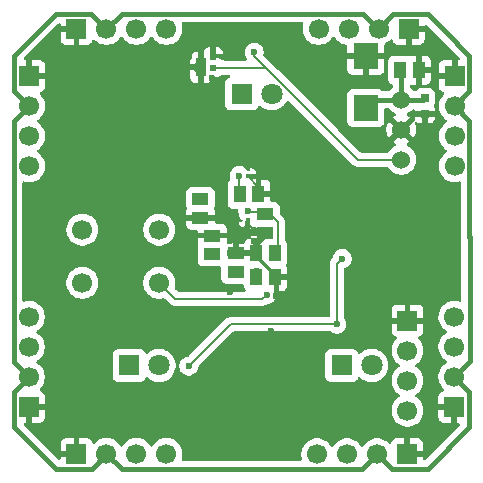
<source format=gbr>
%TF.GenerationSoftware,KiCad,Pcbnew,9.0.6*%
%TF.CreationDate,2025-12-07T19:18:26-08:00*%
%TF.ProjectId,redstone_comparator,72656473-746f-46e6-955f-636f6d706172,rev?*%
%TF.SameCoordinates,Original*%
%TF.FileFunction,Copper,L2,Bot*%
%TF.FilePolarity,Positive*%
%FSLAX46Y46*%
G04 Gerber Fmt 4.6, Leading zero omitted, Abs format (unit mm)*
G04 Created by KiCad (PCBNEW 9.0.6) date 2025-12-07 19:18:26*
%MOMM*%
%LPD*%
G01*
G04 APERTURE LIST*
%TA.AperFunction,ComponentPad*%
%ADD10C,1.524000*%
%TD*%
%TA.AperFunction,ComponentPad*%
%ADD11R,1.800000X1.800000*%
%TD*%
%TA.AperFunction,ComponentPad*%
%ADD12C,1.800000*%
%TD*%
%TA.AperFunction,ComponentPad*%
%ADD13C,1.700000*%
%TD*%
%TA.AperFunction,HeatsinkPad*%
%ADD14C,0.600000*%
%TD*%
%TA.AperFunction,SMDPad,CuDef*%
%ADD15R,0.900000X1.600000*%
%TD*%
%TA.AperFunction,ComponentPad*%
%ADD16R,1.700000X1.700000*%
%TD*%
%TA.AperFunction,SMDPad,CuDef*%
%ADD17R,1.470000X1.020000*%
%TD*%
%TA.AperFunction,SMDPad,CuDef*%
%ADD18R,0.620000X0.600000*%
%TD*%
%TA.AperFunction,SMDPad,CuDef*%
%ADD19R,0.460000X0.420000*%
%TD*%
%TA.AperFunction,SMDPad,CuDef*%
%ADD20R,1.020000X1.470000*%
%TD*%
%TA.AperFunction,SMDPad,CuDef*%
%ADD21R,2.150000X2.200000*%
%TD*%
%TA.AperFunction,SMDPad,CuDef*%
%ADD22R,0.700000X0.650000*%
%TD*%
%TA.AperFunction,SMDPad,CuDef*%
%ADD23R,0.420000X0.460000*%
%TD*%
%TA.AperFunction,ViaPad*%
%ADD24C,0.600000*%
%TD*%
%TA.AperFunction,Conductor*%
%ADD25C,0.400000*%
%TD*%
%TA.AperFunction,Conductor*%
%ADD26C,0.200000*%
%TD*%
%TA.AperFunction,Conductor*%
%ADD27C,0.600000*%
%TD*%
%TA.AperFunction,Conductor*%
%ADD28C,0.300000*%
%TD*%
G04 APERTURE END LIST*
D10*
%TO.P,U2,1,Vin*%
%TO.N,VCC*%
X148500000Y-43000000D03*
%TO.P,U2,2,GND*%
%TO.N,GND*%
X148500000Y-45540000D03*
%TO.P,U2,3,Vout*%
%TO.N,/5V_LOCAL*%
X148500000Y-48080000D03*
%TD*%
D11*
%TO.P,D2,1,K*%
%TO.N,Net-(D2-K)*%
X143460000Y-65500000D03*
D12*
%TO.P,D2,2,A*%
%TO.N,Net-(D2-A)*%
X146000000Y-65500000D03*
%TD*%
D11*
%TO.P,D3,1,K*%
%TO.N,Net-(D3-K)*%
X125460000Y-65500000D03*
D12*
%TO.P,D3,2,A*%
%TO.N,Net-(D3-A)*%
X128000000Y-65500000D03*
%TD*%
D13*
%TO.P,SW1,1,A*%
%TO.N,/3.3V_LOCAL*%
X121500000Y-54000000D03*
X128000000Y-54000000D03*
%TO.P,SW1,2,B*%
%TO.N,Net-(SW1-B)*%
X121500000Y-58500000D03*
X128000000Y-58500000D03*
%TD*%
D14*
%TO.P,U3,9,PAD*%
%TO.N,GND*%
X131550000Y-40750000D03*
D15*
X131550000Y-40250000D03*
D14*
X131550000Y-39750000D03*
%TD*%
D16*
%TO.P,J9,1,Pin_1*%
%TO.N,GND*%
X149025000Y-61700000D03*
D13*
%TO.P,J9,2,Pin_2*%
%TO.N,Net-(J9-Pin_2)*%
X149025000Y-64240000D03*
%TO.P,J9,3,Pin_3*%
%TO.N,Net-(J9-Pin_3)*%
X149025000Y-66780000D03*
%TO.P,J9,4,Pin_4*%
%TO.N,/3.3V_LOCAL*%
X149025000Y-69320000D03*
%TD*%
D16*
%TO.P,J8,1,Pin_1*%
%TO.N,GND*%
X116975000Y-69000000D03*
D13*
%TO.P,J8,2,Pin_2*%
%TO.N,VCC*%
X116975000Y-66460000D03*
%TO.P,J8,3,Pin_3*%
%TO.N,/W_TX*%
X116975000Y-63920000D03*
%TO.P,J8,4,Pin_4*%
%TO.N,/W_RX*%
X116975000Y-61380000D03*
%TD*%
D16*
%TO.P,J4,1,Pin_1*%
%TO.N,GND*%
X153000000Y-69000000D03*
D13*
%TO.P,J4,2,Pin_2*%
%TO.N,VCC*%
X153000000Y-66460000D03*
%TO.P,J4,3,Pin_3*%
%TO.N,/E_TX*%
X153000000Y-63920000D03*
%TO.P,J4,4,Pin_4*%
%TO.N,/E_RX*%
X153000000Y-61380000D03*
%TD*%
D11*
%TO.P,D1,1,K*%
%TO.N,Net-(D1-K)*%
X135000000Y-42500000D03*
D12*
%TO.P,D1,2,A*%
%TO.N,Net-(D1-A)*%
X137540000Y-42500000D03*
%TD*%
D16*
%TO.P,J1,1,Pin_1*%
%TO.N,GND*%
X121000000Y-37000000D03*
D13*
%TO.P,J1,2,Pin_2*%
%TO.N,VCC*%
X123540000Y-37000000D03*
%TO.P,J1,3,Pin_3*%
%TO.N,/N_TX*%
X126080000Y-37000000D03*
%TO.P,J1,4,Pin_4*%
%TO.N,/N_RX*%
X128620000Y-37000000D03*
%TD*%
D16*
%TO.P,J2,1,Pin_1*%
%TO.N,GND*%
X149120000Y-37000000D03*
D13*
%TO.P,J2,2,Pin_2*%
%TO.N,VCC*%
X146580000Y-37000000D03*
%TO.P,J2,3,Pin_3*%
%TO.N,/N_TX*%
X144040000Y-37000000D03*
%TO.P,J2,4,Pin_4*%
%TO.N,/N_RX*%
X141500000Y-37000000D03*
%TD*%
D16*
%TO.P,J6,1,Pin_1*%
%TO.N,GND*%
X149000000Y-73025000D03*
D13*
%TO.P,J6,2,Pin_2*%
%TO.N,VCC*%
X146460000Y-73025000D03*
%TO.P,J6,3,Pin_3*%
%TO.N,/S_TX*%
X143920000Y-73025000D03*
%TO.P,J6,4,Pin_4*%
%TO.N,/S_RX*%
X141380000Y-73025000D03*
%TD*%
D16*
%TO.P,J5,1,Pin_1*%
%TO.N,GND*%
X121000000Y-73000000D03*
D13*
%TO.P,J5,2,Pin_2*%
%TO.N,VCC*%
X123540000Y-73000000D03*
%TO.P,J5,3,Pin_3*%
%TO.N,/S_TX*%
X126080000Y-73000000D03*
%TO.P,J5,4,Pin_4*%
%TO.N,/S_RX*%
X128620000Y-73000000D03*
%TD*%
D16*
%TO.P,J7,1,Pin_1*%
%TO.N,GND*%
X117000000Y-41000000D03*
D13*
%TO.P,J7,2,Pin_2*%
%TO.N,VCC*%
X117000000Y-43540000D03*
%TO.P,J7,3,Pin_3*%
%TO.N,/W_TX*%
X117000000Y-46080000D03*
%TO.P,J7,4,Pin_4*%
%TO.N,/W_RX*%
X117000000Y-48620000D03*
%TD*%
D16*
%TO.P,J3,1,Pin_1*%
%TO.N,GND*%
X153025000Y-41000000D03*
D13*
%TO.P,J3,2,Pin_2*%
%TO.N,VCC*%
X153025000Y-43540000D03*
%TO.P,J3,3,Pin_3*%
%TO.N,/E_TX*%
X153025000Y-46080000D03*
%TO.P,J3,4,Pin_4*%
%TO.N,/E_RX*%
X153025000Y-48620000D03*
%TD*%
D17*
%TO.P,C2,1,1*%
%TO.N,/3.3V_LOCAL*%
X131500000Y-51400000D03*
%TO.P,C2,2,2*%
%TO.N,GND*%
X131500000Y-53000000D03*
%TD*%
%TO.P,C2,1,1*%
%TO.N,/3.3V_LOCAL*%
X137000000Y-52700000D03*
%TO.P,C2,2,2*%
%TO.N,GND*%
X137000000Y-54300000D03*
%TD*%
D18*
%TO.P,C1,1,1*%
%TO.N,/5V_LOCAL*%
X132580000Y-40280000D03*
%TO.P,C1,2,2*%
%TO.N,GND*%
X132580000Y-39360000D03*
%TD*%
D17*
%TO.P,C2,1,1*%
%TO.N,/3.3V_LOCAL*%
X134500000Y-57600000D03*
%TO.P,C2,2,2*%
%TO.N,GND*%
X134500000Y-56000000D03*
%TD*%
D19*
%TO.P,C9,1,1*%
%TO.N,Net-(U1-VREG_VOUT)*%
X134840000Y-49500000D03*
%TO.P,C9,2,2*%
%TO.N,GND*%
X135500000Y-49500000D03*
%TD*%
D20*
%TO.P,C3,1,1*%
%TO.N,VCC*%
X148400000Y-40500000D03*
%TO.P,C3,2,2*%
%TO.N,GND*%
X150000000Y-40500000D03*
%TD*%
D21*
%TO.P,D19,1,K*%
%TO.N,VCC*%
X145500000Y-43700000D03*
%TO.P,D19,2,A*%
%TO.N,GND*%
X145500000Y-39300000D03*
%TD*%
D17*
%TO.P,C2,1,1*%
%TO.N,/3.3V_LOCAL*%
X132500000Y-56100000D03*
%TO.P,C2,2,2*%
%TO.N,GND*%
X132500000Y-54500000D03*
%TD*%
D20*
%TO.P,C10,1,1*%
%TO.N,Net-(U1-VREG_VOUT)*%
X134810000Y-51000000D03*
%TO.P,C10,2,2*%
%TO.N,GND*%
X136410000Y-51000000D03*
%TD*%
%TO.P,C10,1,1*%
%TO.N,Net-(U1-VREG_VOUT)*%
X136200000Y-58000000D03*
%TO.P,C10,2,2*%
%TO.N,GND*%
X137800000Y-58000000D03*
%TD*%
%TO.P,C2,1,1*%
%TO.N,/3.3V_LOCAL*%
X137800000Y-56000000D03*
%TO.P,C2,2,2*%
%TO.N,GND*%
X136200000Y-56000000D03*
%TD*%
D22*
%TO.P,C4,1,1*%
%TO.N,VCC*%
X150500000Y-42825000D03*
%TO.P,C4,2,2*%
%TO.N,GND*%
X150500000Y-44175000D03*
%TD*%
D23*
%TO.P,C11,1,1*%
%TO.N,/3.3V_LOCAL*%
X135500000Y-52500000D03*
%TO.P,C11,2,2*%
%TO.N,GND*%
X135500000Y-53160000D03*
%TD*%
D24*
%TO.N,/5V_LOCAL*%
X143500000Y-56450000D03*
X132580000Y-40280000D03*
X143050000Y-62000000D03*
X130500000Y-65550000D03*
X136050000Y-39000000D03*
%TO.N,GND*%
X135000000Y-56000000D03*
X132538845Y-39375000D03*
X132461137Y-41125000D03*
X128000000Y-60500000D03*
X134000000Y-54000000D03*
X134000000Y-56000000D03*
X139000000Y-66951000D03*
X136000000Y-55000000D03*
X136000000Y-56000000D03*
X122000000Y-51000000D03*
X135000000Y-55000000D03*
X135000000Y-54000000D03*
X151500000Y-54000000D03*
X132500000Y-70000000D03*
X130503362Y-39375000D03*
X137906985Y-59593015D03*
X136000000Y-54000000D03*
X121500000Y-42000000D03*
X148000000Y-58000000D03*
X134000000Y-55000000D03*
X134000105Y-59250280D03*
X141000000Y-42000000D03*
X124000000Y-49000000D03*
X137000000Y-45500000D03*
X137500000Y-62600000D03*
%TO.N,/3.3V_LOCAL*%
X137400000Y-52700000D03*
X134533207Y-57506166D03*
X132500000Y-56100000D03*
X131500000Y-51400000D03*
X137624698Y-56000134D03*
X135500000Y-52429998D03*
%TO.N,Net-(U1-VREG_VOUT)*%
X134770000Y-49421471D03*
X134999999Y-50645229D03*
X136300000Y-57500000D03*
%TO.N,Net-(SW1-B)*%
X137099998Y-59500000D03*
%TD*%
D25*
%TO.N,GND*%
X137906985Y-59593015D02*
X137906985Y-58106985D01*
D26*
X137906985Y-58106985D02*
X137800000Y-58000000D01*
%TO.N,/5V_LOCAL*%
X148500000Y-48080000D02*
X144818471Y-48080000D01*
X134050000Y-62000000D02*
X130500000Y-65550000D01*
X144818471Y-48080000D02*
X137018471Y-40280000D01*
X137018471Y-40280000D02*
X132580000Y-40280000D01*
X143050000Y-62000000D02*
X134050000Y-62000000D01*
X136050000Y-39311529D02*
X136050000Y-39000000D01*
X137018471Y-40280000D02*
X136050000Y-39311529D01*
X143500000Y-56450000D02*
X143050000Y-56900000D01*
X143050000Y-56900000D02*
X143050000Y-62000000D01*
D27*
%TO.N,GND*%
X136200000Y-55100000D02*
X137000000Y-54300000D01*
D26*
X136410000Y-51000000D02*
X136410000Y-50410000D01*
X135500000Y-53500000D02*
X135000000Y-54000000D01*
X135500000Y-53500000D02*
X136000000Y-54000000D01*
X136200000Y-56247000D02*
X136200000Y-56000000D01*
D28*
X137800000Y-57847000D02*
X136200000Y-56247000D01*
D26*
X136410000Y-50410000D02*
X135500000Y-49500000D01*
D27*
X136200000Y-56000000D02*
X136200000Y-55100000D01*
D26*
X135500000Y-53160000D02*
X135500000Y-53500000D01*
%TO.N,/3.3V_LOCAL*%
X135500000Y-52500000D02*
X136800000Y-52500000D01*
X136800000Y-52500000D02*
X137000000Y-52700000D01*
X138036000Y-55588832D02*
X138036000Y-53336000D01*
X138036000Y-53336000D02*
X137400000Y-52700000D01*
X137624698Y-56000134D02*
X138036000Y-55588832D01*
D25*
%TO.N,VCC*%
X146500000Y-37000000D02*
X145224000Y-35724000D01*
X153025000Y-43540000D02*
X154276000Y-44791000D01*
X124816000Y-35724000D02*
X123540000Y-37000000D01*
X150749000Y-35749000D02*
X152250000Y-37250000D01*
X153000000Y-66460000D02*
X154251000Y-67711000D01*
X119251000Y-74251000D02*
X115701000Y-70701000D01*
X123540000Y-73000000D02*
X122289000Y-74251000D01*
X154299000Y-65161000D02*
X153000000Y-66460000D01*
X154276000Y-39276000D02*
X154276000Y-42289000D01*
X122241000Y-35701000D02*
X123540000Y-37000000D01*
X150325000Y-43000000D02*
X150500000Y-42825000D01*
X146460000Y-73025000D02*
X145209000Y-74276000D01*
X146580000Y-37000000D02*
X146500000Y-37000000D01*
X146580000Y-37000000D02*
X147831000Y-35749000D01*
X147711000Y-74276000D02*
X146460000Y-73025000D01*
X154276000Y-54624000D02*
X154299000Y-54647000D01*
X154251000Y-70749000D02*
X150724000Y-74276000D01*
X154276000Y-42289000D02*
X153025000Y-43540000D01*
X150724000Y-74276000D02*
X147711000Y-74276000D01*
X154251000Y-67711000D02*
X154251000Y-70749000D01*
X124816000Y-74276000D02*
X123540000Y-73000000D01*
X116975000Y-66460000D02*
X115724000Y-65209000D01*
X115701000Y-70701000D02*
X115701000Y-67734000D01*
X115701000Y-39299000D02*
X119299000Y-35701000D01*
X148500000Y-43000000D02*
X150325000Y-43000000D01*
X148500000Y-43000000D02*
X148500000Y-40600000D01*
X147831000Y-35749000D02*
X150749000Y-35749000D01*
X154299000Y-54647000D02*
X154299000Y-65161000D01*
X154276000Y-44791000D02*
X154276000Y-54624000D01*
X148500000Y-40600000D02*
X148400000Y-40500000D01*
X115724000Y-65209000D02*
X115724000Y-44816000D01*
X119299000Y-35701000D02*
X122241000Y-35701000D01*
X146200000Y-43000000D02*
X145500000Y-43700000D01*
X122289000Y-74251000D02*
X119251000Y-74251000D01*
X115701000Y-67734000D02*
X116975000Y-66460000D01*
X152250000Y-37250000D02*
X154276000Y-39276000D01*
X115724000Y-44816000D02*
X117000000Y-43540000D01*
X115701000Y-42241000D02*
X115701000Y-39299000D01*
X145209000Y-74276000D02*
X124816000Y-74276000D01*
X117000000Y-43540000D02*
X115701000Y-42241000D01*
X145224000Y-35724000D02*
X124816000Y-35724000D01*
X148500000Y-43000000D02*
X146200000Y-43000000D01*
D26*
%TO.N,Net-(U1-VREG_VOUT)*%
X134770000Y-50415230D02*
X134999999Y-50645229D01*
X134770000Y-49421471D02*
X134770000Y-50415230D01*
%TO.N,/E_RX*%
X153000000Y-61380000D02*
X153526000Y-60854000D01*
%TO.N,Net-(SW1-B)*%
X129351280Y-59851280D02*
X128000000Y-58500000D01*
X136748718Y-59851280D02*
X129351280Y-59851280D01*
X137099998Y-59500000D02*
X136748718Y-59851280D01*
%TD*%
%TA.AperFunction,Conductor*%
%TO.N,GND*%
G36*
X140123311Y-36432425D02*
G01*
X140151033Y-36437223D01*
X140156387Y-36442137D01*
X140163360Y-36444185D01*
X140181779Y-36465442D01*
X140202508Y-36484467D01*
X140204355Y-36491496D01*
X140209115Y-36496989D01*
X140213118Y-36524835D01*
X140220270Y-36552041D01*
X140218500Y-36562264D01*
X140219059Y-36566147D01*
X140214252Y-36586818D01*
X140182753Y-36683760D01*
X140172262Y-36750000D01*
X140149500Y-36893713D01*
X140149500Y-37106287D01*
X140159534Y-37169644D01*
X140182753Y-37316239D01*
X140248444Y-37518414D01*
X140344951Y-37707820D01*
X140469890Y-37879786D01*
X140620213Y-38030109D01*
X140792179Y-38155048D01*
X140792181Y-38155049D01*
X140792184Y-38155051D01*
X140981588Y-38251557D01*
X141183757Y-38317246D01*
X141393713Y-38350500D01*
X141393714Y-38350500D01*
X141606286Y-38350500D01*
X141606287Y-38350500D01*
X141816243Y-38317246D01*
X142018412Y-38251557D01*
X142207816Y-38155051D01*
X142294478Y-38092088D01*
X142379786Y-38030109D01*
X142379788Y-38030106D01*
X142379792Y-38030104D01*
X142530104Y-37879792D01*
X142530106Y-37879788D01*
X142530109Y-37879786D01*
X142655048Y-37707820D01*
X142655047Y-37707820D01*
X142655051Y-37707816D01*
X142659514Y-37699054D01*
X142707488Y-37648259D01*
X142775308Y-37631463D01*
X142841444Y-37653999D01*
X142880486Y-37699056D01*
X142884951Y-37707820D01*
X143009890Y-37879786D01*
X143160213Y-38030109D01*
X143332179Y-38155048D01*
X143332181Y-38155049D01*
X143332184Y-38155051D01*
X143417861Y-38198705D01*
X143521583Y-38251555D01*
X143521585Y-38251555D01*
X143521588Y-38251557D01*
X143598416Y-38276520D01*
X143723756Y-38317246D01*
X143752126Y-38321739D01*
X143820398Y-38332552D01*
X143883532Y-38362481D01*
X143920464Y-38421792D01*
X143925000Y-38455025D01*
X143925000Y-39050000D01*
X147075000Y-39050000D01*
X147075000Y-38339473D01*
X147094685Y-38272434D01*
X147142706Y-38228988D01*
X147287816Y-38155051D01*
X147459792Y-38030104D01*
X147573717Y-37916178D01*
X147635036Y-37882696D01*
X147704728Y-37887680D01*
X147760662Y-37929551D01*
X147777577Y-37960528D01*
X147826646Y-38092088D01*
X147826649Y-38092093D01*
X147912809Y-38207187D01*
X147912812Y-38207190D01*
X148027906Y-38293350D01*
X148027913Y-38293354D01*
X148162620Y-38343596D01*
X148162627Y-38343598D01*
X148222155Y-38349999D01*
X148222172Y-38350000D01*
X148870000Y-38350000D01*
X148870000Y-37433012D01*
X148927007Y-37465925D01*
X149054174Y-37500000D01*
X149185826Y-37500000D01*
X149312993Y-37465925D01*
X149370000Y-37433012D01*
X149370000Y-38350000D01*
X150017828Y-38350000D01*
X150017844Y-38349999D01*
X150077372Y-38343598D01*
X150077379Y-38343596D01*
X150212086Y-38293354D01*
X150212093Y-38293350D01*
X150327187Y-38207190D01*
X150327190Y-38207187D01*
X150413350Y-38092093D01*
X150413354Y-38092086D01*
X150463596Y-37957379D01*
X150463598Y-37957372D01*
X150469999Y-37897844D01*
X150470000Y-37897827D01*
X150470000Y-37250000D01*
X149553012Y-37250000D01*
X149585925Y-37192993D01*
X149620000Y-37065826D01*
X149620000Y-36934174D01*
X149585925Y-36807007D01*
X149553012Y-36750000D01*
X150470000Y-36750000D01*
X150474164Y-36745835D01*
X150489685Y-36692980D01*
X150542489Y-36647225D01*
X150611647Y-36637281D01*
X150675203Y-36666306D01*
X150681681Y-36672338D01*
X153447662Y-39438319D01*
X153481147Y-39499642D01*
X153476163Y-39569334D01*
X153434291Y-39625267D01*
X153368827Y-39649684D01*
X153359981Y-39650000D01*
X153275000Y-39650000D01*
X153275000Y-40566988D01*
X153217993Y-40534075D01*
X153090826Y-40500000D01*
X152959174Y-40500000D01*
X152832007Y-40534075D01*
X152775000Y-40566988D01*
X152775000Y-39650000D01*
X152127155Y-39650000D01*
X152067627Y-39656401D01*
X152067620Y-39656403D01*
X151932913Y-39706645D01*
X151932906Y-39706649D01*
X151817812Y-39792809D01*
X151817809Y-39792812D01*
X151731649Y-39907906D01*
X151731645Y-39907913D01*
X151681403Y-40042620D01*
X151681401Y-40042627D01*
X151675000Y-40102155D01*
X151675000Y-40750000D01*
X152591988Y-40750000D01*
X152559075Y-40807007D01*
X152525000Y-40934174D01*
X152525000Y-41065826D01*
X152559075Y-41192993D01*
X152591988Y-41250000D01*
X151675000Y-41250000D01*
X151675000Y-41897844D01*
X151681401Y-41957372D01*
X151681403Y-41957379D01*
X151731645Y-42092086D01*
X151731649Y-42092093D01*
X151817809Y-42207187D01*
X151817812Y-42207190D01*
X151932906Y-42293350D01*
X151932913Y-42293354D01*
X152064470Y-42342422D01*
X152120404Y-42384293D01*
X152144821Y-42449758D01*
X152129969Y-42518031D01*
X152108819Y-42546285D01*
X151994889Y-42660215D01*
X151869951Y-42832179D01*
X151773444Y-43021585D01*
X151707753Y-43223760D01*
X151674500Y-43433713D01*
X151674500Y-43646286D01*
X151705782Y-43843797D01*
X151707754Y-43856243D01*
X151742435Y-43962981D01*
X151773444Y-44058414D01*
X151869951Y-44247820D01*
X151994890Y-44419786D01*
X152145213Y-44570109D01*
X152317182Y-44695050D01*
X152325946Y-44699516D01*
X152376742Y-44747491D01*
X152393536Y-44815312D01*
X152370998Y-44881447D01*
X152325946Y-44920484D01*
X152317182Y-44924949D01*
X152145213Y-45049890D01*
X151994890Y-45200213D01*
X151869951Y-45372179D01*
X151773444Y-45561585D01*
X151707753Y-45763760D01*
X151674500Y-45973713D01*
X151674500Y-46186286D01*
X151707753Y-46396239D01*
X151773444Y-46598414D01*
X151869951Y-46787820D01*
X151994890Y-46959786D01*
X152145213Y-47110109D01*
X152317182Y-47235050D01*
X152325946Y-47239516D01*
X152376742Y-47287491D01*
X152393536Y-47355312D01*
X152370998Y-47421447D01*
X152325946Y-47460484D01*
X152317182Y-47464949D01*
X152145213Y-47589890D01*
X151994890Y-47740213D01*
X151869951Y-47912179D01*
X151773444Y-48101585D01*
X151707753Y-48303760D01*
X151674500Y-48513713D01*
X151674500Y-48726286D01*
X151707210Y-48932812D01*
X151707754Y-48936243D01*
X151742435Y-49042981D01*
X151773444Y-49138414D01*
X151869951Y-49327820D01*
X151994890Y-49499786D01*
X152145213Y-49650109D01*
X152317179Y-49775048D01*
X152317181Y-49775049D01*
X152317184Y-49775051D01*
X152506588Y-49871557D01*
X152708757Y-49937246D01*
X152918713Y-49970500D01*
X152918714Y-49970500D01*
X153131286Y-49970500D01*
X153131287Y-49970500D01*
X153341243Y-49937246D01*
X153413183Y-49913870D01*
X153483023Y-49911876D01*
X153542856Y-49947956D01*
X153573684Y-50010657D01*
X153575500Y-50031802D01*
X153575500Y-54555006D01*
X153575500Y-54692994D01*
X153575500Y-54692996D01*
X153575499Y-54692996D01*
X153596117Y-54796641D01*
X153598500Y-54820833D01*
X153598500Y-59983793D01*
X153578815Y-60050832D01*
X153526011Y-60096587D01*
X153456853Y-60106531D01*
X153436183Y-60101724D01*
X153316244Y-60062754D01*
X153316240Y-60062753D01*
X153154957Y-60037208D01*
X153106287Y-60029500D01*
X152893713Y-60029500D01*
X152845042Y-60037208D01*
X152683760Y-60062753D01*
X152481585Y-60128444D01*
X152292179Y-60224951D01*
X152120213Y-60349890D01*
X151969890Y-60500213D01*
X151844951Y-60672179D01*
X151748444Y-60861585D01*
X151682753Y-61063760D01*
X151661175Y-61200000D01*
X151649500Y-61273713D01*
X151649500Y-61486287D01*
X151682754Y-61696243D01*
X151746682Y-61892993D01*
X151748444Y-61898414D01*
X151844951Y-62087820D01*
X151969890Y-62259786D01*
X152120213Y-62410109D01*
X152292182Y-62535050D01*
X152300946Y-62539516D01*
X152351742Y-62587491D01*
X152368536Y-62655312D01*
X152345998Y-62721447D01*
X152300946Y-62760484D01*
X152292182Y-62764949D01*
X152120213Y-62889890D01*
X151969890Y-63040213D01*
X151844951Y-63212179D01*
X151748444Y-63401585D01*
X151682753Y-63603760D01*
X151649500Y-63813713D01*
X151649500Y-64026286D01*
X151677346Y-64202103D01*
X151682754Y-64236243D01*
X151746280Y-64431756D01*
X151748444Y-64438414D01*
X151844951Y-64627820D01*
X151969890Y-64799786D01*
X152120213Y-64950109D01*
X152292182Y-65075050D01*
X152300946Y-65079516D01*
X152351742Y-65127491D01*
X152368536Y-65195312D01*
X152345998Y-65261447D01*
X152300946Y-65300484D01*
X152292182Y-65304949D01*
X152120213Y-65429890D01*
X151969890Y-65580213D01*
X151844951Y-65752179D01*
X151748444Y-65941585D01*
X151682753Y-66143760D01*
X151678314Y-66171789D01*
X151649500Y-66353713D01*
X151649500Y-66566287D01*
X151659534Y-66629644D01*
X151679792Y-66757546D01*
X151682754Y-66776243D01*
X151723127Y-66900499D01*
X151748444Y-66978414D01*
X151844951Y-67167820D01*
X151969890Y-67339786D01*
X152083818Y-67453714D01*
X152117303Y-67515037D01*
X152112319Y-67584729D01*
X152070447Y-67640662D01*
X152039471Y-67657577D01*
X151907912Y-67706646D01*
X151907906Y-67706649D01*
X151792812Y-67792809D01*
X151792809Y-67792812D01*
X151706649Y-67907906D01*
X151706645Y-67907913D01*
X151656403Y-68042620D01*
X151656401Y-68042627D01*
X151650000Y-68102155D01*
X151650000Y-68750000D01*
X152566988Y-68750000D01*
X152534075Y-68807007D01*
X152500000Y-68934174D01*
X152500000Y-69065826D01*
X152534075Y-69192993D01*
X152566988Y-69250000D01*
X151650000Y-69250000D01*
X151650000Y-69897844D01*
X151656401Y-69957372D01*
X151656403Y-69957379D01*
X151706645Y-70092086D01*
X151706649Y-70092093D01*
X151792809Y-70207187D01*
X151792812Y-70207190D01*
X151907906Y-70293350D01*
X151907913Y-70293354D01*
X152042620Y-70343596D01*
X152042627Y-70343598D01*
X152102155Y-70349999D01*
X152102172Y-70350000D01*
X152750000Y-70350000D01*
X152750000Y-69433012D01*
X152807007Y-69465925D01*
X152934174Y-69500000D01*
X153065826Y-69500000D01*
X153192993Y-69465925D01*
X153250000Y-69433012D01*
X153250000Y-70350000D01*
X153359981Y-70350000D01*
X153427020Y-70369685D01*
X153472775Y-70422489D01*
X153482719Y-70491647D01*
X153453694Y-70555203D01*
X153447662Y-70561681D01*
X150561681Y-73447662D01*
X150500358Y-73481147D01*
X150430666Y-73476163D01*
X150374733Y-73434291D01*
X150350316Y-73368827D01*
X150350000Y-73359981D01*
X150350000Y-73275000D01*
X149433012Y-73275000D01*
X149465925Y-73217993D01*
X149500000Y-73090826D01*
X149500000Y-72959174D01*
X149465925Y-72832007D01*
X149433012Y-72775000D01*
X150350000Y-72775000D01*
X150350000Y-72127172D01*
X150349999Y-72127155D01*
X150343598Y-72067627D01*
X150343596Y-72067620D01*
X150293354Y-71932913D01*
X150293350Y-71932906D01*
X150207190Y-71817812D01*
X150207187Y-71817809D01*
X150092093Y-71731649D01*
X150092086Y-71731645D01*
X149957379Y-71681403D01*
X149957372Y-71681401D01*
X149897844Y-71675000D01*
X149250000Y-71675000D01*
X149250000Y-72591988D01*
X149192993Y-72559075D01*
X149065826Y-72525000D01*
X148934174Y-72525000D01*
X148807007Y-72559075D01*
X148750000Y-72591988D01*
X148750000Y-71675000D01*
X148102155Y-71675000D01*
X148042627Y-71681401D01*
X148042620Y-71681403D01*
X147907913Y-71731645D01*
X147907906Y-71731649D01*
X147792812Y-71817809D01*
X147792809Y-71817812D01*
X147706649Y-71932906D01*
X147706646Y-71932912D01*
X147657577Y-72064471D01*
X147615705Y-72120404D01*
X147550241Y-72144821D01*
X147481968Y-72129969D01*
X147453714Y-72108818D01*
X147339786Y-71994890D01*
X147167820Y-71869951D01*
X146978414Y-71773444D01*
X146978413Y-71773443D01*
X146978412Y-71773443D01*
X146776243Y-71707754D01*
X146776241Y-71707753D01*
X146776240Y-71707753D01*
X146614957Y-71682208D01*
X146566287Y-71674500D01*
X146353713Y-71674500D01*
X146305042Y-71682208D01*
X146143760Y-71707753D01*
X145941585Y-71773444D01*
X145752179Y-71869951D01*
X145580213Y-71994890D01*
X145429890Y-72145213D01*
X145304949Y-72317182D01*
X145300484Y-72325946D01*
X145252509Y-72376742D01*
X145184688Y-72393536D01*
X145118553Y-72370998D01*
X145079516Y-72325946D01*
X145075050Y-72317182D01*
X144950109Y-72145213D01*
X144799786Y-71994890D01*
X144627820Y-71869951D01*
X144438414Y-71773444D01*
X144438413Y-71773443D01*
X144438412Y-71773443D01*
X144236243Y-71707754D01*
X144236241Y-71707753D01*
X144236240Y-71707753D01*
X144074957Y-71682208D01*
X144026287Y-71674500D01*
X143813713Y-71674500D01*
X143765042Y-71682208D01*
X143603760Y-71707753D01*
X143401585Y-71773444D01*
X143212179Y-71869951D01*
X143040213Y-71994890D01*
X142889890Y-72145213D01*
X142764949Y-72317182D01*
X142760484Y-72325946D01*
X142712509Y-72376742D01*
X142644688Y-72393536D01*
X142578553Y-72370998D01*
X142539516Y-72325946D01*
X142535050Y-72317182D01*
X142410109Y-72145213D01*
X142259786Y-71994890D01*
X142087820Y-71869951D01*
X141898414Y-71773444D01*
X141898413Y-71773443D01*
X141898412Y-71773443D01*
X141696243Y-71707754D01*
X141696241Y-71707753D01*
X141696240Y-71707753D01*
X141534957Y-71682208D01*
X141486287Y-71674500D01*
X141273713Y-71674500D01*
X141225042Y-71682208D01*
X141063760Y-71707753D01*
X140861585Y-71773444D01*
X140672179Y-71869951D01*
X140500213Y-71994890D01*
X140349890Y-72145213D01*
X140224951Y-72317179D01*
X140128444Y-72506585D01*
X140062753Y-72708760D01*
X140029500Y-72918713D01*
X140029500Y-73131286D01*
X140058793Y-73316239D01*
X140062754Y-73341243D01*
X140068842Y-73359981D01*
X140086129Y-73413182D01*
X140088124Y-73483023D01*
X140052044Y-73542856D01*
X139989343Y-73573684D01*
X139968198Y-73575500D01*
X130023679Y-73575500D01*
X129956640Y-73555815D01*
X129910885Y-73503011D01*
X129900941Y-73433853D01*
X129905748Y-73413182D01*
X129909999Y-73400099D01*
X129937246Y-73316243D01*
X129970500Y-73106287D01*
X129970500Y-72893713D01*
X129937246Y-72683757D01*
X129871557Y-72481588D01*
X129775051Y-72292184D01*
X129775049Y-72292181D01*
X129775048Y-72292179D01*
X129650109Y-72120213D01*
X129499786Y-71969890D01*
X129327820Y-71844951D01*
X129138414Y-71748444D01*
X129138413Y-71748443D01*
X129138412Y-71748443D01*
X128936243Y-71682754D01*
X128936241Y-71682753D01*
X128936240Y-71682753D01*
X128774957Y-71657208D01*
X128726287Y-71649500D01*
X128513713Y-71649500D01*
X128465042Y-71657208D01*
X128303760Y-71682753D01*
X128101585Y-71748444D01*
X127912179Y-71844951D01*
X127740213Y-71969890D01*
X127589890Y-72120213D01*
X127464949Y-72292182D01*
X127460484Y-72300946D01*
X127412509Y-72351742D01*
X127344688Y-72368536D01*
X127278553Y-72345998D01*
X127239516Y-72300946D01*
X127235050Y-72292182D01*
X127110109Y-72120213D01*
X126959786Y-71969890D01*
X126787820Y-71844951D01*
X126598414Y-71748444D01*
X126598413Y-71748443D01*
X126598412Y-71748443D01*
X126396243Y-71682754D01*
X126396241Y-71682753D01*
X126396240Y-71682753D01*
X126234957Y-71657208D01*
X126186287Y-71649500D01*
X125973713Y-71649500D01*
X125925042Y-71657208D01*
X125763760Y-71682753D01*
X125561585Y-71748444D01*
X125372179Y-71844951D01*
X125200213Y-71969890D01*
X125049890Y-72120213D01*
X124924949Y-72292182D01*
X124920484Y-72300946D01*
X124872509Y-72351742D01*
X124804688Y-72368536D01*
X124738553Y-72345998D01*
X124699516Y-72300946D01*
X124695050Y-72292182D01*
X124570109Y-72120213D01*
X124419786Y-71969890D01*
X124247820Y-71844951D01*
X124058414Y-71748444D01*
X124058413Y-71748443D01*
X124058412Y-71748443D01*
X123856243Y-71682754D01*
X123856241Y-71682753D01*
X123856240Y-71682753D01*
X123694957Y-71657208D01*
X123646287Y-71649500D01*
X123433713Y-71649500D01*
X123385042Y-71657208D01*
X123223760Y-71682753D01*
X123021585Y-71748444D01*
X122832179Y-71844951D01*
X122660215Y-71969889D01*
X122546285Y-72083819D01*
X122484962Y-72117303D01*
X122415270Y-72112319D01*
X122359337Y-72070447D01*
X122342422Y-72039470D01*
X122293354Y-71907913D01*
X122293350Y-71907906D01*
X122207190Y-71792812D01*
X122207187Y-71792809D01*
X122092093Y-71706649D01*
X122092086Y-71706645D01*
X121957379Y-71656403D01*
X121957372Y-71656401D01*
X121897844Y-71650000D01*
X121250000Y-71650000D01*
X121250000Y-72566988D01*
X121192993Y-72534075D01*
X121065826Y-72500000D01*
X120934174Y-72500000D01*
X120807007Y-72534075D01*
X120750000Y-72566988D01*
X120750000Y-71650000D01*
X120102155Y-71650000D01*
X120042627Y-71656401D01*
X120042620Y-71656403D01*
X119907913Y-71706645D01*
X119907906Y-71706649D01*
X119792812Y-71792809D01*
X119792809Y-71792812D01*
X119706649Y-71907906D01*
X119706645Y-71907913D01*
X119656403Y-72042620D01*
X119656401Y-72042627D01*
X119650000Y-72102155D01*
X119650000Y-72750000D01*
X120566988Y-72750000D01*
X120534075Y-72807007D01*
X120500000Y-72934174D01*
X120500000Y-73065826D01*
X120534075Y-73192993D01*
X120566988Y-73250000D01*
X119650000Y-73250000D01*
X119650000Y-73359981D01*
X119630315Y-73427020D01*
X119577511Y-73472775D01*
X119508353Y-73482719D01*
X119444797Y-73453694D01*
X119438319Y-73447662D01*
X116552338Y-70561681D01*
X116518853Y-70500358D01*
X116523837Y-70430666D01*
X116565709Y-70374733D01*
X116631173Y-70350316D01*
X116640019Y-70350000D01*
X116725000Y-70350000D01*
X116725000Y-69433012D01*
X116782007Y-69465925D01*
X116909174Y-69500000D01*
X117040826Y-69500000D01*
X117167993Y-69465925D01*
X117225000Y-69433012D01*
X117225000Y-70350000D01*
X117872828Y-70350000D01*
X117872844Y-70349999D01*
X117932372Y-70343598D01*
X117932379Y-70343596D01*
X118067086Y-70293354D01*
X118067093Y-70293350D01*
X118182187Y-70207190D01*
X118182190Y-70207187D01*
X118268350Y-70092093D01*
X118268354Y-70092086D01*
X118318596Y-69957379D01*
X118318598Y-69957372D01*
X118324999Y-69897844D01*
X118325000Y-69897827D01*
X118325000Y-69250000D01*
X117408012Y-69250000D01*
X117440925Y-69192993D01*
X117475000Y-69065826D01*
X117475000Y-68934174D01*
X117440925Y-68807007D01*
X117408012Y-68750000D01*
X118325000Y-68750000D01*
X118325000Y-68102172D01*
X118324999Y-68102155D01*
X118318598Y-68042627D01*
X118318596Y-68042620D01*
X118268354Y-67907913D01*
X118268350Y-67907906D01*
X118182190Y-67792812D01*
X118182187Y-67792809D01*
X118067093Y-67706649D01*
X118067088Y-67706646D01*
X117935528Y-67657577D01*
X117879595Y-67615705D01*
X117855178Y-67550241D01*
X117870030Y-67481968D01*
X117891175Y-67453720D01*
X118005104Y-67339792D01*
X118130051Y-67167816D01*
X118226557Y-66978412D01*
X118292246Y-66776243D01*
X118325500Y-66566287D01*
X118325500Y-66353713D01*
X118292246Y-66143757D01*
X118226557Y-65941588D01*
X118130051Y-65752184D01*
X118130049Y-65752181D01*
X118130048Y-65752179D01*
X118005109Y-65580213D01*
X117854786Y-65429890D01*
X117682820Y-65304951D01*
X117682115Y-65304591D01*
X117674054Y-65300485D01*
X117623259Y-65252512D01*
X117606463Y-65184692D01*
X117628999Y-65118556D01*
X117674054Y-65079515D01*
X117682816Y-65075051D01*
X117731463Y-65039707D01*
X117854786Y-64950109D01*
X117854788Y-64950106D01*
X117854792Y-64950104D01*
X118005104Y-64799792D01*
X118005106Y-64799788D01*
X118005109Y-64799786D01*
X118130048Y-64627820D01*
X118130047Y-64627820D01*
X118130051Y-64627816D01*
X118168612Y-64552135D01*
X124059500Y-64552135D01*
X124059500Y-66447870D01*
X124059501Y-66447876D01*
X124065908Y-66507483D01*
X124116202Y-66642328D01*
X124116206Y-66642335D01*
X124202452Y-66757544D01*
X124202455Y-66757547D01*
X124317664Y-66843793D01*
X124317671Y-66843797D01*
X124452517Y-66894091D01*
X124452516Y-66894091D01*
X124459444Y-66894835D01*
X124512127Y-66900500D01*
X126407872Y-66900499D01*
X126467483Y-66894091D01*
X126602331Y-66843796D01*
X126717546Y-66757546D01*
X126803796Y-66642331D01*
X126831429Y-66568243D01*
X126833601Y-66562420D01*
X126875471Y-66506486D01*
X126940936Y-66482068D01*
X127009209Y-66496919D01*
X127037464Y-66518071D01*
X127087636Y-66568243D01*
X127087641Y-66568247D01*
X127189603Y-66642326D01*
X127265978Y-66697815D01*
X127394375Y-66763237D01*
X127462393Y-66797895D01*
X127462396Y-66797896D01*
X127567221Y-66831955D01*
X127672049Y-66866015D01*
X127889778Y-66900500D01*
X127889779Y-66900500D01*
X128110221Y-66900500D01*
X128110222Y-66900500D01*
X128327951Y-66866015D01*
X128537606Y-66797895D01*
X128734022Y-66697815D01*
X128912365Y-66568242D01*
X129068242Y-66412365D01*
X129197815Y-66234022D01*
X129297895Y-66037606D01*
X129366015Y-65827951D01*
X129400500Y-65610222D01*
X129400500Y-65471153D01*
X129699500Y-65471153D01*
X129699500Y-65628846D01*
X129730261Y-65783489D01*
X129730264Y-65783501D01*
X129790602Y-65929172D01*
X129790609Y-65929185D01*
X129878210Y-66060288D01*
X129878213Y-66060292D01*
X129989707Y-66171786D01*
X129989711Y-66171789D01*
X130120814Y-66259390D01*
X130120827Y-66259397D01*
X130253343Y-66314286D01*
X130266503Y-66319737D01*
X130421153Y-66350499D01*
X130421156Y-66350500D01*
X130421158Y-66350500D01*
X130578844Y-66350500D01*
X130578845Y-66350499D01*
X130733497Y-66319737D01*
X130873882Y-66261588D01*
X130879172Y-66259397D01*
X130879172Y-66259396D01*
X130879179Y-66259394D01*
X131010289Y-66171789D01*
X131121789Y-66060289D01*
X131209394Y-65929179D01*
X131269737Y-65783497D01*
X131289113Y-65686085D01*
X131300638Y-65628150D01*
X131333023Y-65566239D01*
X131334518Y-65564716D01*
X132347099Y-64552135D01*
X142059500Y-64552135D01*
X142059500Y-66447870D01*
X142059501Y-66447876D01*
X142065908Y-66507483D01*
X142116202Y-66642328D01*
X142116206Y-66642335D01*
X142202452Y-66757544D01*
X142202455Y-66757547D01*
X142317664Y-66843793D01*
X142317671Y-66843797D01*
X142452517Y-66894091D01*
X142452516Y-66894091D01*
X142459444Y-66894835D01*
X142512127Y-66900500D01*
X144407872Y-66900499D01*
X144467483Y-66894091D01*
X144602331Y-66843796D01*
X144717546Y-66757546D01*
X144803796Y-66642331D01*
X144831429Y-66568243D01*
X144833601Y-66562420D01*
X144875471Y-66506486D01*
X144940936Y-66482068D01*
X145009209Y-66496919D01*
X145037464Y-66518071D01*
X145087636Y-66568243D01*
X145087641Y-66568247D01*
X145189603Y-66642326D01*
X145265978Y-66697815D01*
X145394375Y-66763237D01*
X145462393Y-66797895D01*
X145462396Y-66797896D01*
X145567221Y-66831955D01*
X145672049Y-66866015D01*
X145889778Y-66900500D01*
X145889779Y-66900500D01*
X146110221Y-66900500D01*
X146110222Y-66900500D01*
X146327951Y-66866015D01*
X146537606Y-66797895D01*
X146734022Y-66697815D01*
X146912365Y-66568242D01*
X147068242Y-66412365D01*
X147197815Y-66234022D01*
X147297895Y-66037606D01*
X147366015Y-65827951D01*
X147400500Y-65610222D01*
X147400500Y-65389778D01*
X147366015Y-65172049D01*
X147331955Y-65067221D01*
X147297896Y-64962396D01*
X147297895Y-64962393D01*
X147263237Y-64894375D01*
X147197815Y-64765978D01*
X147097438Y-64627820D01*
X147068247Y-64587641D01*
X147068243Y-64587636D01*
X146912363Y-64431756D01*
X146912358Y-64431752D01*
X146734023Y-64302185D01*
X146610657Y-64239326D01*
X146610656Y-64239326D01*
X146537606Y-64202104D01*
X146537603Y-64202103D01*
X146327952Y-64133985D01*
X146326235Y-64133713D01*
X147674500Y-64133713D01*
X147674500Y-64346286D01*
X147700497Y-64510428D01*
X147707754Y-64556243D01*
X147770547Y-64749500D01*
X147773444Y-64758414D01*
X147869951Y-64947820D01*
X147994890Y-65119786D01*
X148145213Y-65270109D01*
X148317182Y-65395050D01*
X148325946Y-65399516D01*
X148376742Y-65447491D01*
X148393536Y-65515312D01*
X148370998Y-65581447D01*
X148325946Y-65620484D01*
X148317182Y-65624949D01*
X148145213Y-65749890D01*
X147994890Y-65900213D01*
X147869951Y-66072179D01*
X147773444Y-66261585D01*
X147707753Y-66463760D01*
X147674500Y-66673713D01*
X147674500Y-66886286D01*
X147707753Y-67096239D01*
X147773444Y-67298414D01*
X147869951Y-67487820D01*
X147994890Y-67659786D01*
X148145213Y-67810109D01*
X148317182Y-67935050D01*
X148325946Y-67939516D01*
X148376742Y-67987491D01*
X148393536Y-68055312D01*
X148370998Y-68121447D01*
X148325946Y-68160484D01*
X148317182Y-68164949D01*
X148145213Y-68289890D01*
X147994890Y-68440213D01*
X147869951Y-68612179D01*
X147773444Y-68801585D01*
X147707753Y-69003760D01*
X147674500Y-69213713D01*
X147674500Y-69426286D01*
X147707753Y-69636239D01*
X147773444Y-69838414D01*
X147869951Y-70027820D01*
X147994890Y-70199786D01*
X148145213Y-70350109D01*
X148317179Y-70475048D01*
X148317181Y-70475049D01*
X148317184Y-70475051D01*
X148506588Y-70571557D01*
X148708757Y-70637246D01*
X148918713Y-70670500D01*
X148918714Y-70670500D01*
X149131286Y-70670500D01*
X149131287Y-70670500D01*
X149341243Y-70637246D01*
X149543412Y-70571557D01*
X149732816Y-70475051D01*
X149805162Y-70422489D01*
X149904786Y-70350109D01*
X149904788Y-70350106D01*
X149904792Y-70350104D01*
X150055104Y-70199792D01*
X150055106Y-70199788D01*
X150055109Y-70199786D01*
X150180048Y-70027820D01*
X150180047Y-70027820D01*
X150180051Y-70027816D01*
X150276557Y-69838412D01*
X150342246Y-69636243D01*
X150375500Y-69426287D01*
X150375500Y-69213713D01*
X150342246Y-69003757D01*
X150276557Y-68801588D01*
X150180051Y-68612184D01*
X150180049Y-68612181D01*
X150180048Y-68612179D01*
X150055109Y-68440213D01*
X149904786Y-68289890D01*
X149732820Y-68164951D01*
X149732115Y-68164591D01*
X149724054Y-68160485D01*
X149673259Y-68112512D01*
X149656463Y-68044692D01*
X149678999Y-67978556D01*
X149724054Y-67939515D01*
X149732816Y-67935051D01*
X149770178Y-67907906D01*
X149904786Y-67810109D01*
X149904788Y-67810106D01*
X149904792Y-67810104D01*
X150055104Y-67659792D01*
X150055106Y-67659788D01*
X150055109Y-67659786D01*
X150180048Y-67487820D01*
X150180047Y-67487820D01*
X150180051Y-67487816D01*
X150276557Y-67298412D01*
X150342246Y-67096243D01*
X150375500Y-66886287D01*
X150375500Y-66673713D01*
X150342246Y-66463757D01*
X150276557Y-66261588D01*
X150180051Y-66072184D01*
X150180049Y-66072181D01*
X150180048Y-66072179D01*
X150055109Y-65900213D01*
X149904786Y-65749890D01*
X149732820Y-65624951D01*
X149732115Y-65624591D01*
X149724054Y-65620485D01*
X149673259Y-65572512D01*
X149656463Y-65504692D01*
X149678999Y-65438556D01*
X149724054Y-65399515D01*
X149732816Y-65395051D01*
X149754789Y-65379086D01*
X149904786Y-65270109D01*
X149904788Y-65270106D01*
X149904792Y-65270104D01*
X150055104Y-65119792D01*
X150055106Y-65119788D01*
X150055109Y-65119786D01*
X150180048Y-64947820D01*
X150180047Y-64947820D01*
X150180051Y-64947816D01*
X150276557Y-64758412D01*
X150342246Y-64556243D01*
X150375500Y-64346287D01*
X150375500Y-64133713D01*
X150342246Y-63923757D01*
X150276557Y-63721588D01*
X150180051Y-63532184D01*
X150180049Y-63532181D01*
X150180048Y-63532179D01*
X150055109Y-63360213D01*
X149941181Y-63246285D01*
X149907696Y-63184962D01*
X149912680Y-63115270D01*
X149954552Y-63059337D01*
X149985529Y-63042422D01*
X150117086Y-62993354D01*
X150117093Y-62993350D01*
X150232187Y-62907190D01*
X150232190Y-62907187D01*
X150318350Y-62792093D01*
X150318354Y-62792086D01*
X150368596Y-62657379D01*
X150368598Y-62657372D01*
X150374999Y-62597844D01*
X150375000Y-62597827D01*
X150375000Y-61950000D01*
X149458012Y-61950000D01*
X149490925Y-61892993D01*
X149525000Y-61765826D01*
X149525000Y-61634174D01*
X149490925Y-61507007D01*
X149458012Y-61450000D01*
X150375000Y-61450000D01*
X150375000Y-60802172D01*
X150374999Y-60802155D01*
X150368598Y-60742627D01*
X150368596Y-60742620D01*
X150318354Y-60607913D01*
X150318350Y-60607906D01*
X150232190Y-60492812D01*
X150232187Y-60492809D01*
X150117093Y-60406649D01*
X150117086Y-60406645D01*
X149982379Y-60356403D01*
X149982372Y-60356401D01*
X149922844Y-60350000D01*
X149275000Y-60350000D01*
X149275000Y-61266988D01*
X149217993Y-61234075D01*
X149090826Y-61200000D01*
X148959174Y-61200000D01*
X148832007Y-61234075D01*
X148775000Y-61266988D01*
X148775000Y-60350000D01*
X148127155Y-60350000D01*
X148067627Y-60356401D01*
X148067620Y-60356403D01*
X147932913Y-60406645D01*
X147932906Y-60406649D01*
X147817812Y-60492809D01*
X147817809Y-60492812D01*
X147731649Y-60607906D01*
X147731645Y-60607913D01*
X147681403Y-60742620D01*
X147681401Y-60742627D01*
X147675000Y-60802155D01*
X147675000Y-61450000D01*
X148591988Y-61450000D01*
X148559075Y-61507007D01*
X148525000Y-61634174D01*
X148525000Y-61765826D01*
X148559075Y-61892993D01*
X148591988Y-61950000D01*
X147675000Y-61950000D01*
X147675000Y-62597844D01*
X147681401Y-62657372D01*
X147681403Y-62657379D01*
X147731645Y-62792086D01*
X147731649Y-62792093D01*
X147817809Y-62907187D01*
X147817812Y-62907190D01*
X147932906Y-62993350D01*
X147932913Y-62993354D01*
X148064470Y-63042422D01*
X148120404Y-63084293D01*
X148144821Y-63149758D01*
X148129969Y-63218031D01*
X148108819Y-63246285D01*
X147994889Y-63360215D01*
X147869951Y-63532179D01*
X147773444Y-63721585D01*
X147707753Y-63923760D01*
X147674500Y-64133713D01*
X146326235Y-64133713D01*
X146219086Y-64116742D01*
X146110222Y-64099500D01*
X145889778Y-64099500D01*
X145817201Y-64110995D01*
X145672047Y-64133985D01*
X145462396Y-64202103D01*
X145462393Y-64202104D01*
X145265974Y-64302187D01*
X145087641Y-64431752D01*
X145087636Y-64431756D01*
X145037463Y-64481929D01*
X144976140Y-64515413D01*
X144906448Y-64510428D01*
X144850515Y-64468557D01*
X144833601Y-64437580D01*
X144803797Y-64357671D01*
X144803793Y-64357664D01*
X144717547Y-64242455D01*
X144717544Y-64242452D01*
X144602335Y-64156206D01*
X144602328Y-64156202D01*
X144467482Y-64105908D01*
X144467483Y-64105908D01*
X144407883Y-64099501D01*
X144407881Y-64099500D01*
X144407873Y-64099500D01*
X144407864Y-64099500D01*
X142512129Y-64099500D01*
X142512123Y-64099501D01*
X142452516Y-64105908D01*
X142317671Y-64156202D01*
X142317664Y-64156206D01*
X142202455Y-64242452D01*
X142202452Y-64242455D01*
X142116206Y-64357664D01*
X142116202Y-64357671D01*
X142065908Y-64492517D01*
X142059501Y-64552116D01*
X142059500Y-64552135D01*
X132347099Y-64552135D01*
X134262416Y-62636819D01*
X134323739Y-62603334D01*
X134350097Y-62600500D01*
X142470234Y-62600500D01*
X142537273Y-62620185D01*
X142539125Y-62621398D01*
X142670814Y-62709390D01*
X142670827Y-62709397D01*
X142804948Y-62764951D01*
X142816503Y-62769737D01*
X142971153Y-62800499D01*
X142971156Y-62800500D01*
X142971158Y-62800500D01*
X143128844Y-62800500D01*
X143128845Y-62800499D01*
X143283497Y-62769737D01*
X143400080Y-62721447D01*
X143429172Y-62709397D01*
X143429172Y-62709396D01*
X143429179Y-62709394D01*
X143560289Y-62621789D01*
X143671789Y-62510289D01*
X143759394Y-62379179D01*
X143819737Y-62233497D01*
X143850500Y-62078842D01*
X143850500Y-61921158D01*
X143850500Y-61921155D01*
X143850499Y-61921153D01*
X143845976Y-61898414D01*
X143819737Y-61766503D01*
X143763728Y-61631284D01*
X143759397Y-61620827D01*
X143759390Y-61620814D01*
X143671398Y-61489125D01*
X143650520Y-61422447D01*
X143650500Y-61420234D01*
X143650500Y-57336878D01*
X143670185Y-57269839D01*
X143722989Y-57224084D01*
X143727930Y-57222215D01*
X143727869Y-57222068D01*
X143739690Y-57217172D01*
X143879179Y-57159394D01*
X144010289Y-57071789D01*
X144121789Y-56960289D01*
X144209394Y-56829179D01*
X144212806Y-56820943D01*
X144236185Y-56764500D01*
X144269737Y-56683497D01*
X144300500Y-56528842D01*
X144300500Y-56371158D01*
X144300500Y-56371155D01*
X144300499Y-56371153D01*
X144269738Y-56216510D01*
X144269738Y-56216508D01*
X144269737Y-56216503D01*
X144232250Y-56126000D01*
X144209397Y-56070827D01*
X144209390Y-56070814D01*
X144121789Y-55939711D01*
X144121786Y-55939707D01*
X144010292Y-55828213D01*
X144010288Y-55828210D01*
X143879185Y-55740609D01*
X143879172Y-55740602D01*
X143733501Y-55680264D01*
X143733489Y-55680261D01*
X143578845Y-55649500D01*
X143578842Y-55649500D01*
X143421158Y-55649500D01*
X143421155Y-55649500D01*
X143266510Y-55680261D01*
X143266498Y-55680264D01*
X143120827Y-55740602D01*
X143120814Y-55740609D01*
X142989711Y-55828210D01*
X142989707Y-55828213D01*
X142878213Y-55939707D01*
X142878210Y-55939711D01*
X142790609Y-56070814D01*
X142790602Y-56070827D01*
X142730264Y-56216498D01*
X142730261Y-56216508D01*
X142699362Y-56371848D01*
X142693027Y-56385146D01*
X142691609Y-56396758D01*
X142677812Y-56417086D01*
X142673163Y-56426848D01*
X142669487Y-56431276D01*
X142569480Y-56531284D01*
X142535869Y-56589501D01*
X142530615Y-56598600D01*
X142530614Y-56598602D01*
X142496392Y-56657876D01*
X142490423Y-56668215D01*
X142449499Y-56820943D01*
X142449499Y-56820945D01*
X142449499Y-56989046D01*
X142449500Y-56989059D01*
X142449500Y-61275500D01*
X142429815Y-61342539D01*
X142377011Y-61388294D01*
X142325500Y-61399500D01*
X134129057Y-61399500D01*
X133970943Y-61399500D01*
X133818215Y-61440423D01*
X133818214Y-61440423D01*
X133818212Y-61440424D01*
X133818209Y-61440425D01*
X133768096Y-61469359D01*
X133768095Y-61469360D01*
X133733861Y-61489125D01*
X133681285Y-61519479D01*
X133681282Y-61519481D01*
X130485339Y-64715425D01*
X130424016Y-64748910D01*
X130421850Y-64749361D01*
X130266508Y-64780261D01*
X130266498Y-64780264D01*
X130120827Y-64840602D01*
X130120814Y-64840609D01*
X129989711Y-64928210D01*
X129989707Y-64928213D01*
X129878213Y-65039707D01*
X129878210Y-65039711D01*
X129790609Y-65170814D01*
X129790602Y-65170827D01*
X129730264Y-65316498D01*
X129730261Y-65316510D01*
X129699500Y-65471153D01*
X129400500Y-65471153D01*
X129400500Y-65389778D01*
X129366015Y-65172049D01*
X129331955Y-65067221D01*
X129297896Y-64962396D01*
X129297895Y-64962393D01*
X129263237Y-64894375D01*
X129197815Y-64765978D01*
X129097438Y-64627820D01*
X129068247Y-64587641D01*
X129068243Y-64587636D01*
X128912363Y-64431756D01*
X128912358Y-64431752D01*
X128734025Y-64302187D01*
X128734024Y-64302186D01*
X128734022Y-64302185D01*
X128610656Y-64239326D01*
X128537606Y-64202104D01*
X128537603Y-64202103D01*
X128327952Y-64133985D01*
X128219086Y-64116742D01*
X128110222Y-64099500D01*
X127889778Y-64099500D01*
X127817201Y-64110995D01*
X127672047Y-64133985D01*
X127462396Y-64202103D01*
X127462393Y-64202104D01*
X127265974Y-64302187D01*
X127087641Y-64431752D01*
X127087636Y-64431756D01*
X127037463Y-64481929D01*
X126976140Y-64515413D01*
X126906448Y-64510428D01*
X126850515Y-64468557D01*
X126833601Y-64437580D01*
X126803797Y-64357671D01*
X126803793Y-64357664D01*
X126717547Y-64242455D01*
X126717544Y-64242452D01*
X126602335Y-64156206D01*
X126602328Y-64156202D01*
X126467482Y-64105908D01*
X126467483Y-64105908D01*
X126407883Y-64099501D01*
X126407881Y-64099500D01*
X126407873Y-64099500D01*
X126407864Y-64099500D01*
X124512129Y-64099500D01*
X124512123Y-64099501D01*
X124452516Y-64105908D01*
X124317671Y-64156202D01*
X124317664Y-64156206D01*
X124202455Y-64242452D01*
X124202452Y-64242455D01*
X124116206Y-64357664D01*
X124116202Y-64357671D01*
X124065908Y-64492517D01*
X124059501Y-64552116D01*
X124059500Y-64552135D01*
X118168612Y-64552135D01*
X118226557Y-64438412D01*
X118292246Y-64236243D01*
X118325500Y-64026287D01*
X118325500Y-63813713D01*
X118292246Y-63603757D01*
X118226557Y-63401588D01*
X118130051Y-63212184D01*
X118130049Y-63212181D01*
X118130048Y-63212179D01*
X118005109Y-63040213D01*
X117854786Y-62889890D01*
X117682820Y-62764951D01*
X117682115Y-62764591D01*
X117674054Y-62760485D01*
X117623259Y-62712512D01*
X117606463Y-62644692D01*
X117628999Y-62578556D01*
X117674054Y-62539515D01*
X117682816Y-62535051D01*
X117716900Y-62510288D01*
X117854786Y-62410109D01*
X117854788Y-62410106D01*
X117854792Y-62410104D01*
X118005104Y-62259792D01*
X118005106Y-62259788D01*
X118005109Y-62259786D01*
X118130048Y-62087820D01*
X118130047Y-62087820D01*
X118130051Y-62087816D01*
X118226557Y-61898412D01*
X118292246Y-61696243D01*
X118325500Y-61486287D01*
X118325500Y-61273713D01*
X118292246Y-61063757D01*
X118226557Y-60861588D01*
X118130051Y-60672184D01*
X118130049Y-60672181D01*
X118130048Y-60672179D01*
X118005109Y-60500213D01*
X117854786Y-60349890D01*
X117682820Y-60224951D01*
X117493414Y-60128444D01*
X117493413Y-60128443D01*
X117493412Y-60128443D01*
X117291243Y-60062754D01*
X117291241Y-60062753D01*
X117291240Y-60062753D01*
X117129957Y-60037208D01*
X117081287Y-60029500D01*
X116868713Y-60029500D01*
X116829202Y-60035757D01*
X116658759Y-60062753D01*
X116658755Y-60062754D01*
X116586817Y-60086128D01*
X116516976Y-60088123D01*
X116457143Y-60052042D01*
X116426316Y-59989341D01*
X116424500Y-59968197D01*
X116424500Y-58393713D01*
X120149500Y-58393713D01*
X120149500Y-58606286D01*
X120182753Y-58816239D01*
X120182753Y-58816241D01*
X120182754Y-58816243D01*
X120239117Y-58989711D01*
X120248444Y-59018414D01*
X120344951Y-59207820D01*
X120469890Y-59379786D01*
X120620213Y-59530109D01*
X120792179Y-59655048D01*
X120792181Y-59655049D01*
X120792184Y-59655051D01*
X120981588Y-59751557D01*
X121183757Y-59817246D01*
X121393713Y-59850500D01*
X121393714Y-59850500D01*
X121606286Y-59850500D01*
X121606287Y-59850500D01*
X121816243Y-59817246D01*
X122018412Y-59751557D01*
X122207816Y-59655051D01*
X122312707Y-59578844D01*
X122379786Y-59530109D01*
X122379788Y-59530106D01*
X122379792Y-59530104D01*
X122530104Y-59379792D01*
X122530106Y-59379788D01*
X122530109Y-59379786D01*
X122655048Y-59207820D01*
X122655047Y-59207820D01*
X122655051Y-59207816D01*
X122751557Y-59018412D01*
X122817246Y-58816243D01*
X122850500Y-58606287D01*
X122850500Y-58393713D01*
X126649500Y-58393713D01*
X126649500Y-58606286D01*
X126682753Y-58816239D01*
X126682753Y-58816241D01*
X126682754Y-58816243D01*
X126739117Y-58989711D01*
X126748444Y-59018414D01*
X126844951Y-59207820D01*
X126969890Y-59379786D01*
X127120213Y-59530109D01*
X127292179Y-59655048D01*
X127292181Y-59655049D01*
X127292184Y-59655051D01*
X127481588Y-59751557D01*
X127683757Y-59817246D01*
X127893713Y-59850500D01*
X127893714Y-59850500D01*
X128106286Y-59850500D01*
X128106287Y-59850500D01*
X128316243Y-59817246D01*
X128358523Y-59803507D01*
X128428362Y-59801511D01*
X128484521Y-59833756D01*
X128982564Y-60331800D01*
X128982566Y-60331801D01*
X128982570Y-60331804D01*
X129119489Y-60410853D01*
X129119492Y-60410855D01*
X129119496Y-60410857D01*
X129272223Y-60451781D01*
X129272225Y-60451781D01*
X129437934Y-60451781D01*
X129437950Y-60451780D01*
X136662049Y-60451780D01*
X136662065Y-60451781D01*
X136669661Y-60451781D01*
X136827772Y-60451781D01*
X136827775Y-60451781D01*
X136980503Y-60410857D01*
X137034814Y-60379500D01*
X137117434Y-60331800D01*
X137125051Y-60324182D01*
X137137577Y-60316511D01*
X137157684Y-60311077D01*
X137175963Y-60301092D01*
X137178150Y-60300637D01*
X137178839Y-60300500D01*
X137178840Y-60300500D01*
X137333495Y-60269737D01*
X137479177Y-60209394D01*
X137610287Y-60121789D01*
X137721787Y-60010289D01*
X137809392Y-59879179D01*
X137869735Y-59733497D01*
X137900498Y-59578842D01*
X137900498Y-59421158D01*
X137892946Y-59383192D01*
X137899173Y-59313601D01*
X137942035Y-59258423D01*
X138007924Y-59235178D01*
X138014563Y-59235000D01*
X138357828Y-59235000D01*
X138357844Y-59234999D01*
X138417372Y-59228598D01*
X138417379Y-59228596D01*
X138552086Y-59178354D01*
X138552093Y-59178350D01*
X138667187Y-59092190D01*
X138667190Y-59092187D01*
X138753350Y-58977093D01*
X138753354Y-58977086D01*
X138803596Y-58842379D01*
X138803598Y-58842372D01*
X138809999Y-58782844D01*
X138810000Y-58782827D01*
X138810000Y-58250000D01*
X137924000Y-58250000D01*
X137856961Y-58230315D01*
X137811206Y-58177511D01*
X137800000Y-58126000D01*
X137800000Y-57874000D01*
X137819685Y-57806961D01*
X137872489Y-57761206D01*
X137924000Y-57750000D01*
X138810000Y-57750000D01*
X138810000Y-57217172D01*
X138809999Y-57217155D01*
X138803598Y-57157627D01*
X138803597Y-57157623D01*
X138761236Y-57044049D01*
X138756252Y-56974357D01*
X138761232Y-56957391D01*
X138804091Y-56842483D01*
X138810500Y-56782873D01*
X138810499Y-55217128D01*
X138804091Y-55157517D01*
X138803171Y-55155051D01*
X138753797Y-55022671D01*
X138753793Y-55022664D01*
X138662232Y-54900355D01*
X138664944Y-54898324D01*
X138639321Y-54851342D01*
X138636500Y-54825045D01*
X138636500Y-53425059D01*
X138636501Y-53425046D01*
X138636501Y-53256945D01*
X138636501Y-53256943D01*
X138595577Y-53104215D01*
X138557318Y-53037949D01*
X138516520Y-52967284D01*
X138404716Y-52855480D01*
X138404715Y-52855479D01*
X138400385Y-52851149D01*
X138400374Y-52851139D01*
X138271818Y-52722583D01*
X138238333Y-52661260D01*
X138235499Y-52634902D01*
X138235499Y-52142129D01*
X138235498Y-52142123D01*
X138229091Y-52082516D01*
X138178797Y-51947671D01*
X138178793Y-51947664D01*
X138092547Y-51832455D01*
X138092544Y-51832452D01*
X137977335Y-51746206D01*
X137977328Y-51746202D01*
X137842482Y-51695908D01*
X137842483Y-51695908D01*
X137782883Y-51689501D01*
X137782881Y-51689500D01*
X137782873Y-51689500D01*
X137782865Y-51689500D01*
X137544000Y-51689500D01*
X137476961Y-51669815D01*
X137431206Y-51617011D01*
X137420000Y-51565500D01*
X137420000Y-51250000D01*
X136534000Y-51250000D01*
X136466961Y-51230315D01*
X136421206Y-51177511D01*
X136410000Y-51126000D01*
X136410000Y-51000000D01*
X136284000Y-51000000D01*
X136216961Y-50980315D01*
X136171206Y-50927511D01*
X136160000Y-50876000D01*
X136160000Y-50750000D01*
X136660000Y-50750000D01*
X137420000Y-50750000D01*
X137420000Y-50217172D01*
X137419999Y-50217155D01*
X137413598Y-50157627D01*
X137413596Y-50157620D01*
X137363354Y-50022913D01*
X137363350Y-50022906D01*
X137277190Y-49907812D01*
X137277187Y-49907809D01*
X137162093Y-49821649D01*
X137162086Y-49821645D01*
X137027379Y-49771403D01*
X137027372Y-49771401D01*
X136967844Y-49765000D01*
X136660000Y-49765000D01*
X136660000Y-50750000D01*
X136160000Y-50750000D01*
X136160000Y-49710000D01*
X135694500Y-49710000D01*
X135685814Y-49707449D01*
X135676853Y-49708738D01*
X135652812Y-49697759D01*
X135627461Y-49690315D01*
X135621533Y-49683474D01*
X135613297Y-49679713D01*
X135599007Y-49657478D01*
X135581706Y-49637511D01*
X135579418Y-49626996D01*
X135575523Y-49620935D01*
X135570500Y-49586000D01*
X135570500Y-49414000D01*
X135590185Y-49346961D01*
X135642989Y-49301206D01*
X135694500Y-49290000D01*
X136230000Y-49290000D01*
X136230000Y-49242172D01*
X136229999Y-49242155D01*
X136223598Y-49182627D01*
X136223596Y-49182620D01*
X136173354Y-49047913D01*
X136173350Y-49047906D01*
X136087190Y-48932812D01*
X136087187Y-48932809D01*
X135972093Y-48846649D01*
X135972086Y-48846645D01*
X135837379Y-48796403D01*
X135837372Y-48796401D01*
X135777844Y-48790000D01*
X135710000Y-48790000D01*
X135710000Y-48937206D01*
X135703322Y-48959946D01*
X135701019Y-48983539D01*
X135693659Y-48992856D01*
X135690315Y-49004245D01*
X135672403Y-49019765D01*
X135657710Y-49038367D01*
X135646482Y-49042226D01*
X135637511Y-49050000D01*
X135614051Y-49053373D01*
X135591635Y-49061078D01*
X135580103Y-49058254D01*
X135568353Y-49059944D01*
X135546791Y-49050097D01*
X135523770Y-49044460D01*
X135512502Y-49034437D01*
X135504797Y-49030919D01*
X135496074Y-49022583D01*
X135491074Y-49017317D01*
X135427546Y-48932454D01*
X135369928Y-48889321D01*
X135326319Y-48845712D01*
X135302992Y-48802992D01*
X135284423Y-48784423D01*
X135236375Y-48770315D01*
X135234523Y-48769102D01*
X135149185Y-48712080D01*
X135149172Y-48712073D01*
X135003501Y-48651735D01*
X135003489Y-48651732D01*
X134848845Y-48620971D01*
X134848842Y-48620971D01*
X134691158Y-48620971D01*
X134691155Y-48620971D01*
X134536510Y-48651732D01*
X134536498Y-48651735D01*
X134390827Y-48712073D01*
X134390814Y-48712080D01*
X134259711Y-48799681D01*
X134259707Y-48799684D01*
X134148213Y-48911178D01*
X134148210Y-48911182D01*
X134060609Y-49042285D01*
X134060602Y-49042298D01*
X134000264Y-49187969D01*
X134000261Y-49187981D01*
X133969500Y-49342624D01*
X133969500Y-49500317D01*
X134000261Y-49654960D01*
X134000264Y-49654972D01*
X134029547Y-49725668D01*
X134037016Y-49795138D01*
X134005740Y-49857617D01*
X133989298Y-49872386D01*
X133942452Y-49907455D01*
X133856206Y-50022664D01*
X133856202Y-50022671D01*
X133805908Y-50157517D01*
X133799501Y-50217116D01*
X133799500Y-50217135D01*
X133799500Y-51782870D01*
X133799501Y-51782876D01*
X133805908Y-51842483D01*
X133856202Y-51977328D01*
X133856206Y-51977335D01*
X133942452Y-52092544D01*
X133942455Y-52092547D01*
X134057664Y-52178793D01*
X134057671Y-52178797D01*
X134102618Y-52195561D01*
X134192517Y-52229091D01*
X134252127Y-52235500D01*
X134575501Y-52235499D01*
X134642539Y-52255183D01*
X134688294Y-52307987D01*
X134699500Y-52359499D01*
X134699500Y-52508844D01*
X134730261Y-52663487D01*
X134730264Y-52663499D01*
X134784243Y-52793816D01*
X134792972Y-52854520D01*
X134790000Y-52882165D01*
X134790000Y-52950000D01*
X134799194Y-52959194D01*
X134827546Y-52965554D01*
X134831179Y-52968722D01*
X134834456Y-52969685D01*
X134855663Y-52986888D01*
X134861615Y-52992917D01*
X134932454Y-53087546D01*
X135018937Y-53152287D01*
X135025453Y-53158888D01*
X135037783Y-53181820D01*
X135053389Y-53202667D01*
X135054063Y-53212098D01*
X135058541Y-53220426D01*
X135056515Y-53246385D01*
X135058373Y-53272359D01*
X135053841Y-53280657D01*
X135053106Y-53290084D01*
X135037365Y-53310829D01*
X135024887Y-53333682D01*
X135016589Y-53338212D01*
X135010874Y-53345746D01*
X134986413Y-53354689D01*
X134963564Y-53367166D01*
X134947593Y-53368883D01*
X134945253Y-53369739D01*
X134943432Y-53369330D01*
X134937207Y-53370000D01*
X134790000Y-53370000D01*
X134790000Y-53437844D01*
X134796401Y-53497372D01*
X134796403Y-53497379D01*
X134846645Y-53632086D01*
X134846649Y-53632093D01*
X134932809Y-53747187D01*
X134932812Y-53747190D01*
X135047906Y-53833350D01*
X135047913Y-53833354D01*
X135182620Y-53883596D01*
X135182627Y-53883598D01*
X135242155Y-53889999D01*
X135242172Y-53890000D01*
X135290000Y-53890000D01*
X135290000Y-53354499D01*
X135292550Y-53345813D01*
X135291262Y-53336852D01*
X135302240Y-53312811D01*
X135309685Y-53287460D01*
X135316525Y-53281532D01*
X135320287Y-53273296D01*
X135342521Y-53259006D01*
X135362489Y-53241705D01*
X135373003Y-53239417D01*
X135379065Y-53235522D01*
X135413995Y-53230499D01*
X135586001Y-53230499D01*
X135653039Y-53250184D01*
X135698794Y-53302988D01*
X135710000Y-53354499D01*
X135710000Y-53890000D01*
X135728681Y-53908681D01*
X135762166Y-53970004D01*
X135765000Y-53996362D01*
X135765000Y-54050000D01*
X136876000Y-54050000D01*
X136943039Y-54069685D01*
X136988794Y-54122489D01*
X137000000Y-54174000D01*
X137000000Y-54426000D01*
X136980315Y-54493039D01*
X136927511Y-54538794D01*
X136876000Y-54550000D01*
X135765000Y-54550000D01*
X135765000Y-54641000D01*
X135745315Y-54708039D01*
X135692511Y-54753794D01*
X135645436Y-54764034D01*
X135645463Y-54764540D01*
X135645475Y-54764644D01*
X135645469Y-54764644D01*
X135645479Y-54764823D01*
X135642155Y-54765000D01*
X135582627Y-54771401D01*
X135582620Y-54771403D01*
X135447913Y-54821645D01*
X135447906Y-54821649D01*
X135332814Y-54907808D01*
X135332806Y-54907815D01*
X135308482Y-54940310D01*
X135252549Y-54982182D01*
X135209215Y-54990000D01*
X134750000Y-54990000D01*
X134750000Y-55750000D01*
X136076000Y-55750000D01*
X136143039Y-55769685D01*
X136188794Y-55822489D01*
X136200000Y-55874000D01*
X136200000Y-56126000D01*
X136180315Y-56193039D01*
X136127511Y-56238794D01*
X136076000Y-56250000D01*
X134624000Y-56250000D01*
X134556961Y-56230315D01*
X134511206Y-56177511D01*
X134500000Y-56126000D01*
X134500000Y-56000000D01*
X134374000Y-56000000D01*
X134306961Y-55980315D01*
X134261206Y-55927511D01*
X134250000Y-55876000D01*
X134250000Y-54990000D01*
X133859000Y-54990000D01*
X133791961Y-54970315D01*
X133746206Y-54917511D01*
X133735000Y-54866000D01*
X133735000Y-54750000D01*
X131265000Y-54750000D01*
X131265000Y-55057844D01*
X131271401Y-55117372D01*
X131271403Y-55117379D01*
X131323087Y-55255952D01*
X131328071Y-55325644D01*
X131323087Y-55342618D01*
X131270908Y-55482517D01*
X131264501Y-55542116D01*
X131264500Y-55542135D01*
X131264500Y-56657870D01*
X131264501Y-56657876D01*
X131270908Y-56717483D01*
X131321202Y-56852328D01*
X131321206Y-56852335D01*
X131407452Y-56967544D01*
X131407455Y-56967547D01*
X131522664Y-57053793D01*
X131522671Y-57053797D01*
X131657517Y-57104091D01*
X131657516Y-57104091D01*
X131664444Y-57104835D01*
X131717127Y-57110500D01*
X133140500Y-57110499D01*
X133207539Y-57130184D01*
X133253294Y-57182987D01*
X133264500Y-57234499D01*
X133264500Y-58157870D01*
X133264501Y-58157876D01*
X133270908Y-58217483D01*
X133321202Y-58352328D01*
X133321206Y-58352335D01*
X133407452Y-58467544D01*
X133407455Y-58467547D01*
X133522664Y-58553793D01*
X133522671Y-58553797D01*
X133657517Y-58604091D01*
X133657516Y-58604091D01*
X133664444Y-58604835D01*
X133717127Y-58610500D01*
X135065500Y-58610499D01*
X135132539Y-58630184D01*
X135178294Y-58682987D01*
X135189500Y-58734497D01*
X135189500Y-58782868D01*
X135189501Y-58782876D01*
X135195908Y-58842483D01*
X135246202Y-58977328D01*
X135246204Y-58977331D01*
X135302452Y-59052468D01*
X135326870Y-59117933D01*
X135312019Y-59186206D01*
X135262614Y-59235612D01*
X135203186Y-59250780D01*
X129651378Y-59250780D01*
X129584339Y-59231095D01*
X129563697Y-59214461D01*
X129467169Y-59117933D01*
X129333756Y-58984521D01*
X129300272Y-58923199D01*
X129303507Y-58858523D01*
X129317246Y-58816243D01*
X129350500Y-58606287D01*
X129350500Y-58393713D01*
X129317246Y-58183757D01*
X129251557Y-57981588D01*
X129155051Y-57792184D01*
X129155049Y-57792181D01*
X129155048Y-57792179D01*
X129030109Y-57620213D01*
X128879786Y-57469890D01*
X128707820Y-57344951D01*
X128518414Y-57248444D01*
X128518413Y-57248443D01*
X128518412Y-57248443D01*
X128316243Y-57182754D01*
X128316241Y-57182753D01*
X128316240Y-57182753D01*
X128154957Y-57157208D01*
X128106287Y-57149500D01*
X127893713Y-57149500D01*
X127845042Y-57157208D01*
X127683760Y-57182753D01*
X127481585Y-57248444D01*
X127292179Y-57344951D01*
X127120213Y-57469890D01*
X126969890Y-57620213D01*
X126844951Y-57792179D01*
X126748444Y-57981585D01*
X126682753Y-58183760D01*
X126649500Y-58393713D01*
X122850500Y-58393713D01*
X122817246Y-58183757D01*
X122751557Y-57981588D01*
X122655051Y-57792184D01*
X122655049Y-57792181D01*
X122655048Y-57792179D01*
X122530109Y-57620213D01*
X122379786Y-57469890D01*
X122207820Y-57344951D01*
X122018414Y-57248444D01*
X122018413Y-57248443D01*
X122018412Y-57248443D01*
X121816243Y-57182754D01*
X121816241Y-57182753D01*
X121816240Y-57182753D01*
X121654957Y-57157208D01*
X121606287Y-57149500D01*
X121393713Y-57149500D01*
X121345042Y-57157208D01*
X121183760Y-57182753D01*
X120981585Y-57248444D01*
X120792179Y-57344951D01*
X120620213Y-57469890D01*
X120469890Y-57620213D01*
X120344951Y-57792179D01*
X120248444Y-57981585D01*
X120182753Y-58183760D01*
X120149500Y-58393713D01*
X116424500Y-58393713D01*
X116424500Y-53893713D01*
X120149500Y-53893713D01*
X120149500Y-54106287D01*
X120182754Y-54316243D01*
X120218416Y-54426000D01*
X120248444Y-54518414D01*
X120344951Y-54707820D01*
X120469890Y-54879786D01*
X120620213Y-55030109D01*
X120792179Y-55155048D01*
X120792181Y-55155049D01*
X120792184Y-55155051D01*
X120981588Y-55251557D01*
X121183757Y-55317246D01*
X121393713Y-55350500D01*
X121393714Y-55350500D01*
X121606286Y-55350500D01*
X121606287Y-55350500D01*
X121816243Y-55317246D01*
X122018412Y-55251557D01*
X122207816Y-55155051D01*
X122229789Y-55139086D01*
X122379786Y-55030109D01*
X122379788Y-55030106D01*
X122379792Y-55030104D01*
X122530104Y-54879792D01*
X122530106Y-54879788D01*
X122530109Y-54879786D01*
X122655048Y-54707820D01*
X122655047Y-54707820D01*
X122655051Y-54707816D01*
X122751557Y-54518412D01*
X122817246Y-54316243D01*
X122850500Y-54106287D01*
X122850500Y-53893713D01*
X126649500Y-53893713D01*
X126649500Y-54106287D01*
X126682754Y-54316243D01*
X126718416Y-54426000D01*
X126748444Y-54518414D01*
X126844951Y-54707820D01*
X126969890Y-54879786D01*
X127120213Y-55030109D01*
X127292179Y-55155048D01*
X127292181Y-55155049D01*
X127292184Y-55155051D01*
X127481588Y-55251557D01*
X127683757Y-55317246D01*
X127893713Y-55350500D01*
X127893714Y-55350500D01*
X128106286Y-55350500D01*
X128106287Y-55350500D01*
X128316243Y-55317246D01*
X128518412Y-55251557D01*
X128707816Y-55155051D01*
X128729789Y-55139086D01*
X128879786Y-55030109D01*
X128879788Y-55030106D01*
X128879792Y-55030104D01*
X129030104Y-54879792D01*
X129030106Y-54879788D01*
X129030109Y-54879786D01*
X129155048Y-54707820D01*
X129155047Y-54707820D01*
X129155051Y-54707816D01*
X129251557Y-54518412D01*
X129317246Y-54316243D01*
X129350500Y-54106287D01*
X129350500Y-53893713D01*
X129317246Y-53683757D01*
X129276334Y-53557844D01*
X130265000Y-53557844D01*
X130271401Y-53617372D01*
X130271403Y-53617379D01*
X130321645Y-53752086D01*
X130321649Y-53752093D01*
X130407809Y-53867187D01*
X130407812Y-53867190D01*
X130522906Y-53953350D01*
X130522913Y-53953354D01*
X130657620Y-54003596D01*
X130657627Y-54003598D01*
X130717155Y-54009999D01*
X130717172Y-54010000D01*
X131141000Y-54010000D01*
X131208039Y-54029685D01*
X131253794Y-54082489D01*
X131265000Y-54134000D01*
X131265000Y-54250000D01*
X133735000Y-54250000D01*
X133735000Y-53942172D01*
X133734999Y-53942155D01*
X133728598Y-53882627D01*
X133728596Y-53882620D01*
X133678354Y-53747913D01*
X133678350Y-53747906D01*
X133592190Y-53632812D01*
X133592187Y-53632809D01*
X133477093Y-53546649D01*
X133477086Y-53546645D01*
X133342379Y-53496403D01*
X133342372Y-53496401D01*
X133282844Y-53490000D01*
X132859000Y-53490000D01*
X132791961Y-53470315D01*
X132746206Y-53417511D01*
X132735000Y-53366000D01*
X132735000Y-53250000D01*
X130265000Y-53250000D01*
X130265000Y-53557844D01*
X129276334Y-53557844D01*
X129251557Y-53481588D01*
X129155051Y-53292184D01*
X129155049Y-53292181D01*
X129140040Y-53271522D01*
X129140039Y-53271521D01*
X129030109Y-53120214D01*
X129030105Y-53120209D01*
X128879786Y-52969890D01*
X128707820Y-52844951D01*
X128518414Y-52748444D01*
X128518413Y-52748443D01*
X128518412Y-52748443D01*
X128316243Y-52682754D01*
X128316241Y-52682753D01*
X128316240Y-52682753D01*
X128154957Y-52657208D01*
X128106287Y-52649500D01*
X127893713Y-52649500D01*
X127845042Y-52657208D01*
X127683760Y-52682753D01*
X127481585Y-52748444D01*
X127292179Y-52844951D01*
X127120213Y-52969890D01*
X126969890Y-53120213D01*
X126844951Y-53292179D01*
X126748444Y-53481585D01*
X126682753Y-53683760D01*
X126659060Y-53833354D01*
X126649500Y-53893713D01*
X122850500Y-53893713D01*
X122817246Y-53683757D01*
X122751557Y-53481588D01*
X122655051Y-53292184D01*
X122655049Y-53292181D01*
X122655048Y-53292179D01*
X122530109Y-53120213D01*
X122379786Y-52969890D01*
X122207820Y-52844951D01*
X122018414Y-52748444D01*
X122018413Y-52748443D01*
X122018412Y-52748443D01*
X121816243Y-52682754D01*
X121816241Y-52682753D01*
X121816240Y-52682753D01*
X121654957Y-52657208D01*
X121606287Y-52649500D01*
X121393713Y-52649500D01*
X121345042Y-52657208D01*
X121183760Y-52682753D01*
X120981585Y-52748444D01*
X120792179Y-52844951D01*
X120620213Y-52969890D01*
X120469890Y-53120213D01*
X120344951Y-53292179D01*
X120248444Y-53481585D01*
X120182753Y-53683760D01*
X120159060Y-53833354D01*
X120149500Y-53893713D01*
X116424500Y-53893713D01*
X116424500Y-50842135D01*
X130264500Y-50842135D01*
X130264500Y-51957870D01*
X130264501Y-51957876D01*
X130270908Y-52017483D01*
X130323087Y-52157381D01*
X130328071Y-52227073D01*
X130323087Y-52244047D01*
X130271403Y-52382619D01*
X130271401Y-52382627D01*
X130265000Y-52442155D01*
X130265000Y-52750000D01*
X132735000Y-52750000D01*
X132735000Y-52442172D01*
X132734999Y-52442155D01*
X132728598Y-52382627D01*
X132728597Y-52382623D01*
X132676911Y-52244048D01*
X132671927Y-52174356D01*
X132676911Y-52157380D01*
X132678792Y-52152335D01*
X132678796Y-52152331D01*
X132729091Y-52017483D01*
X132735500Y-51957873D01*
X132735499Y-50842128D01*
X132729091Y-50782517D01*
X132678796Y-50647669D01*
X132678795Y-50647668D01*
X132678793Y-50647664D01*
X132592547Y-50532455D01*
X132592544Y-50532452D01*
X132477335Y-50446206D01*
X132477328Y-50446202D01*
X132342482Y-50395908D01*
X132342483Y-50395908D01*
X132282883Y-50389501D01*
X132282881Y-50389500D01*
X132282873Y-50389500D01*
X132282864Y-50389500D01*
X130717129Y-50389500D01*
X130717123Y-50389501D01*
X130657516Y-50395908D01*
X130522671Y-50446202D01*
X130522664Y-50446206D01*
X130407455Y-50532452D01*
X130407452Y-50532455D01*
X130321206Y-50647664D01*
X130321202Y-50647671D01*
X130270908Y-50782517D01*
X130264501Y-50842116D01*
X130264501Y-50842123D01*
X130264500Y-50842135D01*
X116424500Y-50842135D01*
X116424500Y-50023679D01*
X116444185Y-49956640D01*
X116496989Y-49910885D01*
X116566147Y-49900941D01*
X116586813Y-49905746D01*
X116683757Y-49937246D01*
X116893713Y-49970500D01*
X116893714Y-49970500D01*
X117106286Y-49970500D01*
X117106287Y-49970500D01*
X117316243Y-49937246D01*
X117518412Y-49871557D01*
X117707816Y-49775051D01*
X117731460Y-49757873D01*
X117879786Y-49650109D01*
X117879788Y-49650106D01*
X117879792Y-49650104D01*
X118030104Y-49499792D01*
X118030106Y-49499788D01*
X118030109Y-49499786D01*
X118144292Y-49342624D01*
X118155051Y-49327816D01*
X118251557Y-49138412D01*
X118317246Y-48936243D01*
X118350500Y-48726287D01*
X118350500Y-48513713D01*
X118317246Y-48303757D01*
X118251557Y-48101588D01*
X118155051Y-47912184D01*
X118155049Y-47912181D01*
X118155048Y-47912179D01*
X118030109Y-47740213D01*
X117879786Y-47589890D01*
X117707820Y-47464951D01*
X117707115Y-47464591D01*
X117699054Y-47460485D01*
X117648259Y-47412512D01*
X117631463Y-47344692D01*
X117653999Y-47278556D01*
X117699054Y-47239515D01*
X117707816Y-47235051D01*
X117729789Y-47219086D01*
X117879786Y-47110109D01*
X117879788Y-47110106D01*
X117879792Y-47110104D01*
X118030104Y-46959792D01*
X118030106Y-46959788D01*
X118030109Y-46959786D01*
X118155048Y-46787820D01*
X118155047Y-46787820D01*
X118155051Y-46787816D01*
X118251557Y-46598412D01*
X118317246Y-46396243D01*
X118350500Y-46186287D01*
X118350500Y-45973713D01*
X118317246Y-45763757D01*
X118251557Y-45561588D01*
X118155051Y-45372184D01*
X118155049Y-45372181D01*
X118155048Y-45372179D01*
X118030109Y-45200213D01*
X117879786Y-45049890D01*
X117707820Y-44924951D01*
X117707115Y-44924591D01*
X117699054Y-44920485D01*
X117648259Y-44872512D01*
X117631463Y-44804692D01*
X117653999Y-44738556D01*
X117699054Y-44699515D01*
X117707816Y-44695051D01*
X117828486Y-44607380D01*
X117879786Y-44570109D01*
X117879788Y-44570106D01*
X117879792Y-44570104D01*
X118030104Y-44419792D01*
X118030106Y-44419788D01*
X118030109Y-44419786D01*
X118142589Y-44264969D01*
X118155051Y-44247816D01*
X118251557Y-44058412D01*
X118317246Y-43856243D01*
X118350500Y-43646287D01*
X118350500Y-43433713D01*
X118317246Y-43223757D01*
X118251557Y-43021588D01*
X118155051Y-42832184D01*
X118155049Y-42832181D01*
X118155048Y-42832179D01*
X118030109Y-42660213D01*
X117916181Y-42546285D01*
X117882696Y-42484962D01*
X117887680Y-42415270D01*
X117929552Y-42359337D01*
X117960529Y-42342422D01*
X118092086Y-42293354D01*
X118092093Y-42293350D01*
X118207187Y-42207190D01*
X118207190Y-42207187D01*
X118293350Y-42092093D01*
X118293354Y-42092086D01*
X118343596Y-41957379D01*
X118343598Y-41957372D01*
X118349999Y-41897844D01*
X118350000Y-41897827D01*
X118350000Y-41250000D01*
X117433012Y-41250000D01*
X117465925Y-41192993D01*
X117491421Y-41097844D01*
X130600000Y-41097844D01*
X130606401Y-41157372D01*
X130606403Y-41157379D01*
X130656645Y-41292086D01*
X130656649Y-41292093D01*
X130742809Y-41407187D01*
X130742812Y-41407190D01*
X130857906Y-41493350D01*
X130857913Y-41493354D01*
X130992620Y-41543596D01*
X130992627Y-41543598D01*
X131052155Y-41549999D01*
X131052172Y-41550000D01*
X131300000Y-41550000D01*
X131300000Y-40853553D01*
X131166610Y-40720163D01*
X131400000Y-40720163D01*
X131400000Y-40779837D01*
X131422836Y-40834968D01*
X131465032Y-40877164D01*
X131520163Y-40900000D01*
X131579837Y-40900000D01*
X131634968Y-40877164D01*
X131677164Y-40834968D01*
X131700000Y-40779837D01*
X131700000Y-40720163D01*
X131677164Y-40665032D01*
X131634968Y-40622836D01*
X131579837Y-40600000D01*
X131520163Y-40600000D01*
X131465032Y-40622836D01*
X131422836Y-40665032D01*
X131400000Y-40720163D01*
X131166610Y-40720163D01*
X130946447Y-40500000D01*
X130600000Y-40500000D01*
X130600000Y-41097844D01*
X117491421Y-41097844D01*
X117500000Y-41065826D01*
X117500000Y-40934174D01*
X117465925Y-40807007D01*
X117433012Y-40750000D01*
X118350000Y-40750000D01*
X118350000Y-40102172D01*
X118349999Y-40102155D01*
X118343598Y-40042627D01*
X118343596Y-40042620D01*
X118293354Y-39907913D01*
X118293350Y-39907906D01*
X118207190Y-39792812D01*
X118207187Y-39792809D01*
X118092093Y-39706649D01*
X118092086Y-39706645D01*
X117957379Y-39656403D01*
X117957372Y-39656401D01*
X117897844Y-39650000D01*
X117250000Y-39650000D01*
X117250000Y-40566988D01*
X117192993Y-40534075D01*
X117065826Y-40500000D01*
X116934174Y-40500000D01*
X116807007Y-40534075D01*
X116750000Y-40566988D01*
X116750000Y-39650000D01*
X116640018Y-39650000D01*
X116572979Y-39630315D01*
X116527224Y-39577511D01*
X116517280Y-39508353D01*
X116546305Y-39444797D01*
X116552337Y-39438319D01*
X116588501Y-39402155D01*
X130600000Y-39402155D01*
X130600000Y-40000000D01*
X130946447Y-40000000D01*
X130946447Y-39999999D01*
X131014319Y-39932127D01*
X131769500Y-39932127D01*
X131769500Y-39944797D01*
X131769500Y-39944798D01*
X131769500Y-40627870D01*
X131769501Y-40627876D01*
X131775908Y-40687483D01*
X131802866Y-40759760D01*
X131807850Y-40829452D01*
X131801246Y-40850543D01*
X131800000Y-40853551D01*
X131800000Y-41550000D01*
X132047828Y-41550000D01*
X132047844Y-41549999D01*
X132107372Y-41543598D01*
X132107379Y-41543596D01*
X132242086Y-41493354D01*
X132242093Y-41493350D01*
X132357187Y-41407190D01*
X132357190Y-41407187D01*
X132443350Y-41292093D01*
X132443354Y-41292086D01*
X132492184Y-41161167D01*
X132505454Y-41143439D01*
X132514652Y-41123299D01*
X132525982Y-41116016D01*
X132534055Y-41105233D01*
X132554801Y-41097494D01*
X132573429Y-41085523D01*
X132595348Y-41082371D01*
X132599519Y-41080816D01*
X132608364Y-41080500D01*
X132658842Y-41080500D01*
X132658844Y-41080499D01*
X132668842Y-41080499D01*
X132937871Y-41080499D01*
X132937872Y-41080499D01*
X132997483Y-41074091D01*
X133132331Y-41023796D01*
X133247546Y-40937546D01*
X133253052Y-40930191D01*
X133308985Y-40888319D01*
X133352320Y-40880500D01*
X133909575Y-40880500D01*
X133976614Y-40900185D01*
X134022369Y-40952989D01*
X134032313Y-41022147D01*
X134003288Y-41085703D01*
X133952908Y-41120682D01*
X133857671Y-41156202D01*
X133857664Y-41156206D01*
X133742455Y-41242452D01*
X133742452Y-41242455D01*
X133656206Y-41357664D01*
X133656202Y-41357671D01*
X133605908Y-41492517D01*
X133599501Y-41552116D01*
X133599500Y-41552135D01*
X133599500Y-43447870D01*
X133599501Y-43447876D01*
X133605908Y-43507483D01*
X133656202Y-43642328D01*
X133656206Y-43642335D01*
X133742452Y-43757544D01*
X133742455Y-43757547D01*
X133857664Y-43843793D01*
X133857671Y-43843797D01*
X133992517Y-43894091D01*
X133992516Y-43894091D01*
X133999444Y-43894835D01*
X134052127Y-43900500D01*
X135947872Y-43900499D01*
X136007483Y-43894091D01*
X136142331Y-43843796D01*
X136257546Y-43757546D01*
X136343796Y-43642331D01*
X136356634Y-43607910D01*
X136373601Y-43562420D01*
X136415471Y-43506486D01*
X136480936Y-43482068D01*
X136549209Y-43496919D01*
X136577464Y-43518071D01*
X136627636Y-43568243D01*
X136627641Y-43568247D01*
X136772621Y-43673580D01*
X136805978Y-43697815D01*
X136934375Y-43763237D01*
X137002393Y-43797895D01*
X137002396Y-43797896D01*
X137078017Y-43822466D01*
X137212049Y-43866015D01*
X137429778Y-43900500D01*
X137429779Y-43900500D01*
X137650221Y-43900500D01*
X137650222Y-43900500D01*
X137867951Y-43866015D01*
X138077606Y-43797895D01*
X138274022Y-43697815D01*
X138452365Y-43568242D01*
X138608242Y-43412365D01*
X138737815Y-43234022D01*
X138790435Y-43130749D01*
X138838409Y-43079955D01*
X138906229Y-43063160D01*
X138972364Y-43085697D01*
X138988600Y-43099365D01*
X144449755Y-48560520D01*
X144586686Y-48639577D01*
X144739414Y-48680501D01*
X144739417Y-48680501D01*
X144905125Y-48680501D01*
X144905141Y-48680500D01*
X147313270Y-48680500D01*
X147380309Y-48700185D01*
X147417191Y-48737866D01*
X147417349Y-48737752D01*
X147418127Y-48738823D01*
X147419000Y-48739715D01*
X147420210Y-48741690D01*
X147420213Y-48741694D01*
X147537019Y-48902464D01*
X147677536Y-49042981D01*
X147838306Y-49159787D01*
X147883132Y-49182627D01*
X148015367Y-49250005D01*
X148015370Y-49250006D01*
X148109866Y-49280709D01*
X148204364Y-49311413D01*
X148400639Y-49342500D01*
X148400640Y-49342500D01*
X148599360Y-49342500D01*
X148599361Y-49342500D01*
X148795636Y-49311413D01*
X148984632Y-49250005D01*
X149161694Y-49159787D01*
X149322464Y-49042981D01*
X149462981Y-48902464D01*
X149579787Y-48741694D01*
X149670005Y-48564632D01*
X149731413Y-48375636D01*
X149762500Y-48179361D01*
X149762500Y-47980639D01*
X149731413Y-47784364D01*
X149670005Y-47595368D01*
X149670005Y-47595367D01*
X149600937Y-47459815D01*
X149579787Y-47418306D01*
X149462981Y-47257536D01*
X149322464Y-47117019D01*
X149161694Y-47000213D01*
X149004667Y-46920203D01*
X148953872Y-46872229D01*
X148937077Y-46804408D01*
X148959614Y-46738273D01*
X149004669Y-46699234D01*
X149161422Y-46619364D01*
X149198716Y-46592268D01*
X148635942Y-46029494D01*
X148696081Y-46013381D01*
X148811920Y-45946502D01*
X148906502Y-45851920D01*
X148973381Y-45736081D01*
X148989495Y-45675942D01*
X149552268Y-46238715D01*
X149579362Y-46201425D01*
X149669542Y-46024437D01*
X149730924Y-45835523D01*
X149730924Y-45835520D01*
X149762000Y-45639321D01*
X149762000Y-45440678D01*
X149730924Y-45244479D01*
X149730924Y-45244476D01*
X149669544Y-45055568D01*
X149668018Y-45051884D01*
X149660545Y-44982415D01*
X149691815Y-44919933D01*
X149751902Y-44884277D01*
X149821727Y-44886766D01*
X149856887Y-44905157D01*
X149907906Y-44943350D01*
X149907913Y-44943354D01*
X150042620Y-44993596D01*
X150042627Y-44993598D01*
X150102155Y-44999999D01*
X150102172Y-45000000D01*
X150250000Y-45000000D01*
X150750000Y-45000000D01*
X150897828Y-45000000D01*
X150897844Y-44999999D01*
X150957372Y-44993598D01*
X150957379Y-44993596D01*
X151092086Y-44943354D01*
X151092093Y-44943350D01*
X151207187Y-44857190D01*
X151207190Y-44857187D01*
X151293350Y-44742093D01*
X151293354Y-44742086D01*
X151343596Y-44607379D01*
X151343598Y-44607372D01*
X151349999Y-44547844D01*
X151350000Y-44547827D01*
X151350000Y-44425000D01*
X150750000Y-44425000D01*
X150750000Y-45000000D01*
X150250000Y-45000000D01*
X150250000Y-44425000D01*
X149650000Y-44425000D01*
X149650000Y-44547844D01*
X149656401Y-44607372D01*
X149656403Y-44607380D01*
X149681471Y-44674591D01*
X149686455Y-44744283D01*
X149652969Y-44805606D01*
X149591646Y-44839090D01*
X149555562Y-44841542D01*
X149552269Y-44841282D01*
X148989494Y-45404057D01*
X148973381Y-45343919D01*
X148906502Y-45228080D01*
X148811920Y-45133498D01*
X148696081Y-45066619D01*
X148635942Y-45050504D01*
X149198716Y-44487731D01*
X149198715Y-44487730D01*
X149161432Y-44460641D01*
X149004668Y-44380765D01*
X148953872Y-44332790D01*
X148937077Y-44264969D01*
X148959615Y-44198834D01*
X149004667Y-44159796D01*
X149161694Y-44079787D01*
X149322464Y-43962981D01*
X149438319Y-43847126D01*
X149499642Y-43813641D01*
X149569334Y-43818625D01*
X149625267Y-43860497D01*
X149648924Y-43923924D01*
X149650000Y-43925000D01*
X151350000Y-43925000D01*
X151350000Y-43802172D01*
X151349999Y-43802155D01*
X151343598Y-43742627D01*
X151343596Y-43742620D01*
X151293354Y-43607913D01*
X151293352Y-43607910D01*
X151268512Y-43574728D01*
X151244094Y-43509264D01*
X151258945Y-43440990D01*
X151268505Y-43426114D01*
X151293796Y-43392331D01*
X151344091Y-43257483D01*
X151350500Y-43197873D01*
X151350499Y-42452128D01*
X151344091Y-42392517D01*
X151341268Y-42384949D01*
X151293797Y-42257671D01*
X151293793Y-42257664D01*
X151207547Y-42142455D01*
X151207544Y-42142452D01*
X151092335Y-42056206D01*
X151092328Y-42056202D01*
X150957482Y-42005908D01*
X150957483Y-42005908D01*
X150897883Y-41999501D01*
X150897881Y-41999500D01*
X150897873Y-41999500D01*
X150897864Y-41999500D01*
X150102129Y-41999500D01*
X150102123Y-41999501D01*
X150042516Y-42005908D01*
X149907671Y-42056202D01*
X149907664Y-42056206D01*
X149792455Y-42142452D01*
X149713077Y-42248487D01*
X149657143Y-42290357D01*
X149587451Y-42295341D01*
X149526129Y-42261855D01*
X149513493Y-42247060D01*
X149462983Y-42177539D01*
X149462978Y-42177533D01*
X149322466Y-42037021D01*
X149322464Y-42037019D01*
X149251613Y-41985542D01*
X149248273Y-41981211D01*
X149243297Y-41978939D01*
X149227166Y-41953839D01*
X149208949Y-41930214D01*
X149207696Y-41923542D01*
X149205523Y-41920161D01*
X149200500Y-41885226D01*
X149200500Y-41839263D01*
X149220185Y-41772224D01*
X149272989Y-41726469D01*
X149342147Y-41716525D01*
X149367835Y-41723082D01*
X149382619Y-41728596D01*
X149382627Y-41728598D01*
X149442155Y-41734999D01*
X149442172Y-41735000D01*
X149750000Y-41735000D01*
X150250000Y-41735000D01*
X150557828Y-41735000D01*
X150557844Y-41734999D01*
X150617372Y-41728598D01*
X150617379Y-41728596D01*
X150752086Y-41678354D01*
X150752093Y-41678350D01*
X150867187Y-41592190D01*
X150867190Y-41592187D01*
X150953350Y-41477093D01*
X150953354Y-41477086D01*
X151003596Y-41342379D01*
X151003598Y-41342372D01*
X151009999Y-41282844D01*
X151010000Y-41282827D01*
X151010000Y-40750000D01*
X150250000Y-40750000D01*
X150250000Y-41735000D01*
X149750000Y-41735000D01*
X149750000Y-40250000D01*
X150250000Y-40250000D01*
X151010000Y-40250000D01*
X151010000Y-39717172D01*
X151009999Y-39717155D01*
X151003598Y-39657627D01*
X151003596Y-39657620D01*
X150953354Y-39522913D01*
X150953350Y-39522906D01*
X150867190Y-39407812D01*
X150867187Y-39407809D01*
X150752093Y-39321649D01*
X150752086Y-39321645D01*
X150617379Y-39271403D01*
X150617372Y-39271401D01*
X150557844Y-39265000D01*
X150250000Y-39265000D01*
X150250000Y-40250000D01*
X149750000Y-40250000D01*
X149750000Y-39265000D01*
X149442155Y-39265000D01*
X149382627Y-39271401D01*
X149382619Y-39271403D01*
X149244047Y-39323087D01*
X149174355Y-39328071D01*
X149157381Y-39323087D01*
X149017482Y-39270908D01*
X149017483Y-39270908D01*
X148957883Y-39264501D01*
X148957881Y-39264500D01*
X148957873Y-39264500D01*
X148957864Y-39264500D01*
X147842129Y-39264500D01*
X147842123Y-39264501D01*
X147782516Y-39270908D01*
X147647671Y-39321202D01*
X147647664Y-39321206D01*
X147532455Y-39407452D01*
X147532452Y-39407455D01*
X147446206Y-39522664D01*
X147446202Y-39522671D01*
X147395908Y-39657517D01*
X147389501Y-39717116D01*
X147389500Y-39717135D01*
X147389500Y-41282870D01*
X147389501Y-41282876D01*
X147395908Y-41342483D01*
X147446202Y-41477328D01*
X147446206Y-41477335D01*
X147532452Y-41592544D01*
X147532455Y-41592547D01*
X147647664Y-41678793D01*
X147647673Y-41678798D01*
X147718832Y-41705338D01*
X147736558Y-41718607D01*
X147756703Y-41727807D01*
X147763984Y-41739137D01*
X147774766Y-41747208D01*
X147782504Y-41767956D01*
X147794477Y-41786585D01*
X147797628Y-41808500D01*
X147799184Y-41812672D01*
X147799500Y-41821520D01*
X147799500Y-41885226D01*
X147779815Y-41952265D01*
X147748387Y-41985542D01*
X147695750Y-42023785D01*
X147677533Y-42037021D01*
X147537021Y-42177533D01*
X147537019Y-42177536D01*
X147485542Y-42248386D01*
X147430214Y-42291051D01*
X147385226Y-42299500D01*
X147037320Y-42299500D01*
X146970281Y-42279815D01*
X146938052Y-42249809D01*
X146932548Y-42242457D01*
X146932546Y-42242454D01*
X146909619Y-42225291D01*
X146817335Y-42156206D01*
X146817328Y-42156202D01*
X146682482Y-42105908D01*
X146682483Y-42105908D01*
X146622883Y-42099501D01*
X146622881Y-42099500D01*
X146622873Y-42099500D01*
X146622864Y-42099500D01*
X144377129Y-42099500D01*
X144377123Y-42099501D01*
X144317516Y-42105908D01*
X144182671Y-42156202D01*
X144182664Y-42156206D01*
X144067455Y-42242452D01*
X144067452Y-42242455D01*
X143981206Y-42357664D01*
X143981202Y-42357671D01*
X143930908Y-42492517D01*
X143924501Y-42552116D01*
X143924500Y-42552135D01*
X143924500Y-44847870D01*
X143924501Y-44847876D01*
X143930908Y-44907483D01*
X143981202Y-45042328D01*
X143981206Y-45042335D01*
X144067452Y-45157544D01*
X144067455Y-45157547D01*
X144182664Y-45243793D01*
X144182671Y-45243797D01*
X144317517Y-45294091D01*
X144317516Y-45294091D01*
X144324444Y-45294835D01*
X144377127Y-45300500D01*
X146622872Y-45300499D01*
X146682483Y-45294091D01*
X146817331Y-45243796D01*
X146932546Y-45157546D01*
X147018796Y-45042331D01*
X147069091Y-44907483D01*
X147075500Y-44847873D01*
X147075500Y-43824500D01*
X147078050Y-43815814D01*
X147076762Y-43806853D01*
X147087740Y-43782812D01*
X147095185Y-43757461D01*
X147102025Y-43751533D01*
X147105787Y-43743297D01*
X147128021Y-43729007D01*
X147147989Y-43711706D01*
X147158503Y-43709418D01*
X147164565Y-43705523D01*
X147199500Y-43700500D01*
X147385226Y-43700500D01*
X147452265Y-43720185D01*
X147485542Y-43751612D01*
X147537019Y-43822464D01*
X147677536Y-43962981D01*
X147838306Y-44079787D01*
X147995332Y-44159796D01*
X148046127Y-44207769D01*
X148062922Y-44275590D01*
X148040385Y-44341725D01*
X147995332Y-44380764D01*
X147838566Y-44460641D01*
X147801283Y-44487729D01*
X147801282Y-44487730D01*
X148364058Y-45050504D01*
X148303919Y-45066619D01*
X148188080Y-45133498D01*
X148093498Y-45228080D01*
X148026619Y-45343919D01*
X148010504Y-45404057D01*
X147447730Y-44841282D01*
X147447729Y-44841283D01*
X147420643Y-44878564D01*
X147330457Y-45055562D01*
X147269075Y-45244476D01*
X147269075Y-45244479D01*
X147238000Y-45440678D01*
X147238000Y-45639321D01*
X147269075Y-45835520D01*
X147269075Y-45835523D01*
X147330457Y-46024437D01*
X147420641Y-46201432D01*
X147447730Y-46238715D01*
X147447731Y-46238716D01*
X148010504Y-45675942D01*
X148026619Y-45736081D01*
X148093498Y-45851920D01*
X148188080Y-45946502D01*
X148303919Y-46013381D01*
X148364057Y-46029494D01*
X147801283Y-46592268D01*
X147801283Y-46592269D01*
X147838567Y-46619358D01*
X147995331Y-46699234D01*
X148046127Y-46747209D01*
X148062922Y-46815030D01*
X148040384Y-46881165D01*
X147995331Y-46920204D01*
X147838305Y-47000213D01*
X147677533Y-47117021D01*
X147537021Y-47257533D01*
X147420210Y-47418309D01*
X147419000Y-47420285D01*
X147418343Y-47420878D01*
X147417349Y-47422248D01*
X147417061Y-47422039D01*
X147367190Y-47467163D01*
X147313270Y-47479500D01*
X145118569Y-47479500D01*
X145051530Y-47459815D01*
X145030888Y-47443181D01*
X143111194Y-45523487D01*
X141747502Y-44159795D01*
X138035550Y-40447844D01*
X143925000Y-40447844D01*
X143931401Y-40507372D01*
X143931403Y-40507379D01*
X143981645Y-40642086D01*
X143981649Y-40642093D01*
X144067809Y-40757187D01*
X144067812Y-40757190D01*
X144182906Y-40843350D01*
X144182913Y-40843354D01*
X144317620Y-40893596D01*
X144317627Y-40893598D01*
X144377155Y-40899999D01*
X144377172Y-40900000D01*
X145250000Y-40900000D01*
X145750000Y-40900000D01*
X146622828Y-40900000D01*
X146622844Y-40899999D01*
X146682372Y-40893598D01*
X146682379Y-40893596D01*
X146817086Y-40843354D01*
X146817093Y-40843350D01*
X146932187Y-40757190D01*
X146932190Y-40757187D01*
X147018350Y-40642093D01*
X147018354Y-40642086D01*
X147068596Y-40507379D01*
X147068598Y-40507372D01*
X147074999Y-40447844D01*
X147075000Y-40447827D01*
X147075000Y-39550000D01*
X145750000Y-39550000D01*
X145750000Y-40900000D01*
X145250000Y-40900000D01*
X145250000Y-39550000D01*
X143925000Y-39550000D01*
X143925000Y-40447844D01*
X138035550Y-40447844D01*
X137498992Y-39911286D01*
X137498991Y-39911284D01*
X137387187Y-39799480D01*
X137387184Y-39799478D01*
X136866846Y-39279140D01*
X136833361Y-39217817D01*
X136832910Y-39167271D01*
X136850500Y-39078842D01*
X136850500Y-38921158D01*
X136850500Y-38921155D01*
X136850499Y-38921153D01*
X136829963Y-38817913D01*
X136819737Y-38766503D01*
X136793356Y-38702812D01*
X136759397Y-38620827D01*
X136759390Y-38620814D01*
X136671789Y-38489711D01*
X136671786Y-38489707D01*
X136560292Y-38378213D01*
X136560288Y-38378210D01*
X136429185Y-38290609D01*
X136429172Y-38290602D01*
X136283501Y-38230264D01*
X136283489Y-38230261D01*
X136128845Y-38199500D01*
X136128842Y-38199500D01*
X135971158Y-38199500D01*
X135971155Y-38199500D01*
X135816510Y-38230261D01*
X135816498Y-38230264D01*
X135670827Y-38290602D01*
X135670814Y-38290609D01*
X135539711Y-38378210D01*
X135539707Y-38378213D01*
X135428213Y-38489707D01*
X135428210Y-38489711D01*
X135340609Y-38620814D01*
X135340602Y-38620827D01*
X135280264Y-38766498D01*
X135280261Y-38766510D01*
X135249500Y-38921153D01*
X135249500Y-39078846D01*
X135280261Y-39233489D01*
X135280264Y-39233501D01*
X135340602Y-39379172D01*
X135340609Y-39379185D01*
X135412388Y-39486609D01*
X135433266Y-39553287D01*
X135414782Y-39620667D01*
X135362803Y-39667357D01*
X135309286Y-39679500D01*
X133510862Y-39679500D01*
X133476195Y-39674555D01*
X133237515Y-39605055D01*
X133222379Y-39595376D01*
X133205143Y-39590315D01*
X133197871Y-39585267D01*
X133132331Y-39536204D01*
X133132328Y-39536202D01*
X132997482Y-39485908D01*
X132997483Y-39485908D01*
X132937883Y-39479501D01*
X132937881Y-39479500D01*
X132937873Y-39479500D01*
X132658843Y-39479500D01*
X132658842Y-39479500D01*
X132501158Y-39479500D01*
X132501154Y-39479500D01*
X132454000Y-39479500D01*
X132386961Y-39459815D01*
X132341206Y-39407011D01*
X132330000Y-39355500D01*
X132330000Y-39110000D01*
X132830000Y-39110000D01*
X133390000Y-39110000D01*
X133390000Y-39012172D01*
X133389999Y-39012155D01*
X133383598Y-38952627D01*
X133383596Y-38952620D01*
X133333354Y-38817913D01*
X133333350Y-38817906D01*
X133247190Y-38702812D01*
X133247187Y-38702809D01*
X133132093Y-38616649D01*
X133132086Y-38616645D01*
X132997379Y-38566403D01*
X132997372Y-38566401D01*
X132937844Y-38560000D01*
X132830000Y-38560000D01*
X132830000Y-39110000D01*
X132330000Y-39110000D01*
X132330000Y-38560000D01*
X132222155Y-38560000D01*
X132162627Y-38566401D01*
X132162620Y-38566403D01*
X132027913Y-38616645D01*
X132027906Y-38616649D01*
X131912812Y-38702809D01*
X131912809Y-38702812D01*
X131826649Y-38817906D01*
X131826645Y-38817913D01*
X131800000Y-38889354D01*
X131800000Y-39646445D01*
X131802123Y-39651571D01*
X131802157Y-39651599D01*
X131802238Y-39651850D01*
X131809439Y-39669233D01*
X131808080Y-39669795D01*
X131809552Y-39674317D01*
X131821002Y-39695286D01*
X131820169Y-39706932D01*
X131823784Y-39718037D01*
X131819779Y-39753104D01*
X131818195Y-39759140D01*
X131775909Y-39872517D01*
X131769500Y-39932127D01*
X131014319Y-39932127D01*
X131105322Y-39841125D01*
X131226283Y-39720163D01*
X131400000Y-39720163D01*
X131400000Y-39779837D01*
X131422836Y-39834968D01*
X131465032Y-39877164D01*
X131520163Y-39900000D01*
X131579837Y-39900000D01*
X131634968Y-39877164D01*
X131677164Y-39834968D01*
X131700000Y-39779837D01*
X131700000Y-39720163D01*
X131677164Y-39665032D01*
X131634968Y-39622836D01*
X131579837Y-39600000D01*
X131520163Y-39600000D01*
X131465032Y-39622836D01*
X131422836Y-39665032D01*
X131400000Y-39720163D01*
X131226283Y-39720163D01*
X131299999Y-39646446D01*
X131300000Y-39646445D01*
X131300000Y-38950000D01*
X131052155Y-38950000D01*
X130992627Y-38956401D01*
X130992620Y-38956403D01*
X130857913Y-39006645D01*
X130857906Y-39006649D01*
X130742812Y-39092809D01*
X130742809Y-39092812D01*
X130656649Y-39207906D01*
X130656645Y-39207913D01*
X130606403Y-39342620D01*
X130606401Y-39342627D01*
X130600000Y-39402155D01*
X116588501Y-39402155D01*
X119438319Y-36552337D01*
X119499642Y-36518852D01*
X119569334Y-36523836D01*
X119625267Y-36565708D01*
X119649684Y-36631172D01*
X119650000Y-36640018D01*
X119650000Y-36750000D01*
X120566988Y-36750000D01*
X120534075Y-36807007D01*
X120500000Y-36934174D01*
X120500000Y-37065826D01*
X120534075Y-37192993D01*
X120566988Y-37250000D01*
X119650000Y-37250000D01*
X119650000Y-37897844D01*
X119656401Y-37957372D01*
X119656403Y-37957379D01*
X119706645Y-38092086D01*
X119706649Y-38092093D01*
X119792809Y-38207187D01*
X119792812Y-38207190D01*
X119907906Y-38293350D01*
X119907913Y-38293354D01*
X120042620Y-38343596D01*
X120042627Y-38343598D01*
X120102155Y-38349999D01*
X120102172Y-38350000D01*
X120750000Y-38350000D01*
X120750000Y-37433012D01*
X120807007Y-37465925D01*
X120934174Y-37500000D01*
X121065826Y-37500000D01*
X121192993Y-37465925D01*
X121250000Y-37433012D01*
X121250000Y-38350000D01*
X121897828Y-38350000D01*
X121897844Y-38349999D01*
X121957372Y-38343598D01*
X121957379Y-38343596D01*
X122092086Y-38293354D01*
X122092093Y-38293350D01*
X122207187Y-38207190D01*
X122207190Y-38207187D01*
X122293350Y-38092093D01*
X122293354Y-38092086D01*
X122342422Y-37960529D01*
X122384293Y-37904595D01*
X122449757Y-37880178D01*
X122518030Y-37895030D01*
X122546285Y-37916181D01*
X122660213Y-38030109D01*
X122832179Y-38155048D01*
X122832181Y-38155049D01*
X122832184Y-38155051D01*
X123021588Y-38251557D01*
X123223757Y-38317246D01*
X123433713Y-38350500D01*
X123433714Y-38350500D01*
X123646286Y-38350500D01*
X123646287Y-38350500D01*
X123856243Y-38317246D01*
X124058412Y-38251557D01*
X124247816Y-38155051D01*
X124334478Y-38092088D01*
X124419786Y-38030109D01*
X124419788Y-38030106D01*
X124419792Y-38030104D01*
X124570104Y-37879792D01*
X124570106Y-37879788D01*
X124570109Y-37879786D01*
X124695048Y-37707820D01*
X124695047Y-37707820D01*
X124695051Y-37707816D01*
X124699514Y-37699054D01*
X124747488Y-37648259D01*
X124815308Y-37631463D01*
X124881444Y-37653999D01*
X124920486Y-37699056D01*
X124924951Y-37707820D01*
X125049890Y-37879786D01*
X125200213Y-38030109D01*
X125372179Y-38155048D01*
X125372181Y-38155049D01*
X125372184Y-38155051D01*
X125561588Y-38251557D01*
X125763757Y-38317246D01*
X125973713Y-38350500D01*
X125973714Y-38350500D01*
X126186286Y-38350500D01*
X126186287Y-38350500D01*
X126396243Y-38317246D01*
X126598412Y-38251557D01*
X126787816Y-38155051D01*
X126874478Y-38092088D01*
X126959786Y-38030109D01*
X126959788Y-38030106D01*
X126959792Y-38030104D01*
X127110104Y-37879792D01*
X127110106Y-37879788D01*
X127110109Y-37879786D01*
X127235048Y-37707820D01*
X127235047Y-37707820D01*
X127235051Y-37707816D01*
X127239514Y-37699054D01*
X127287488Y-37648259D01*
X127355308Y-37631463D01*
X127421444Y-37653999D01*
X127460486Y-37699056D01*
X127464951Y-37707820D01*
X127589890Y-37879786D01*
X127740213Y-38030109D01*
X127912179Y-38155048D01*
X127912181Y-38155049D01*
X127912184Y-38155051D01*
X128101588Y-38251557D01*
X128303757Y-38317246D01*
X128513713Y-38350500D01*
X128513714Y-38350500D01*
X128726286Y-38350500D01*
X128726287Y-38350500D01*
X128936243Y-38317246D01*
X129138412Y-38251557D01*
X129327816Y-38155051D01*
X129414478Y-38092088D01*
X129499786Y-38030109D01*
X129499788Y-38030106D01*
X129499792Y-38030104D01*
X129650104Y-37879792D01*
X129650106Y-37879788D01*
X129650109Y-37879786D01*
X129775048Y-37707820D01*
X129775047Y-37707820D01*
X129775051Y-37707816D01*
X129871557Y-37518412D01*
X129937246Y-37316243D01*
X129970500Y-37106287D01*
X129970500Y-36893713D01*
X129937246Y-36683757D01*
X129905747Y-36586816D01*
X129903753Y-36516977D01*
X129939833Y-36457144D01*
X130002534Y-36426316D01*
X130023679Y-36424500D01*
X140096321Y-36424500D01*
X140123311Y-36432425D01*
G37*
%TD.AperFunction*%
%TD*%
M02*

</source>
